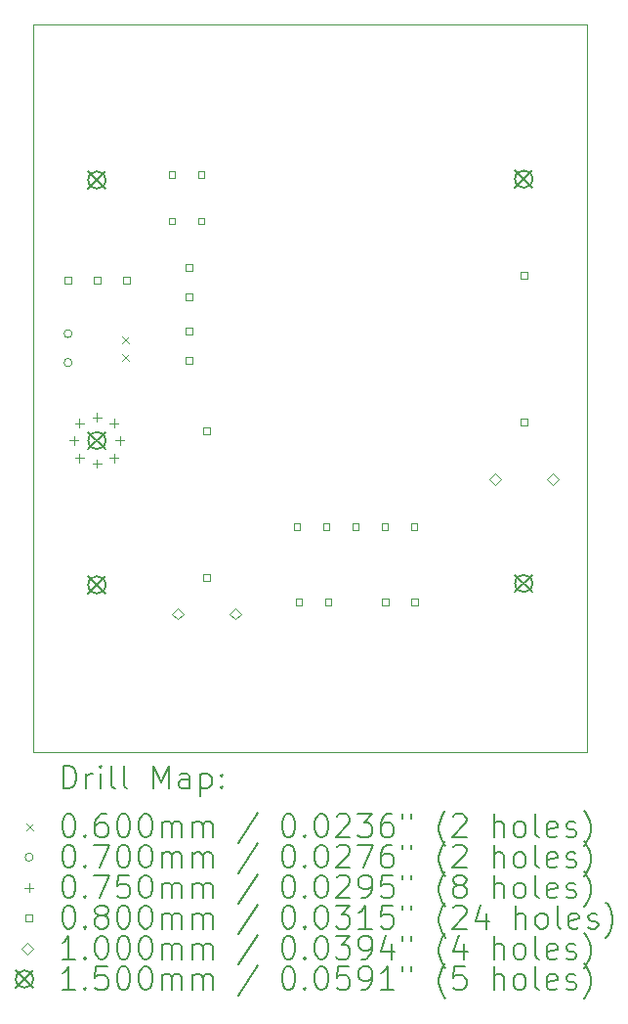
<source format=gbr>
%TF.GenerationSoftware,KiCad,Pcbnew,8.0.8*%
%TF.CreationDate,2025-01-19T15:48:11-06:00*%
%TF.ProjectId,Block-JAN6418,426c6f63-6b2d-44a4-914e-363431382e6b,rev?*%
%TF.SameCoordinates,Original*%
%TF.FileFunction,Drillmap*%
%TF.FilePolarity,Positive*%
%FSLAX45Y45*%
G04 Gerber Fmt 4.5, Leading zero omitted, Abs format (unit mm)*
G04 Created by KiCad (PCBNEW 8.0.8) date 2025-01-19 15:48:11*
%MOMM*%
%LPD*%
G01*
G04 APERTURE LIST*
%ADD10C,0.050000*%
%ADD11C,0.200000*%
%ADD12C,0.100000*%
%ADD13C,0.150000*%
G04 APERTURE END LIST*
D10*
X5000000Y-3500000D02*
X9800000Y-3500000D01*
X9800000Y-9800000D01*
X5000000Y-9800000D01*
X5000000Y-3500000D01*
D11*
D12*
X5770000Y-6197740D02*
X5830000Y-6257740D01*
X5830000Y-6197740D02*
X5770000Y-6257740D01*
X5770000Y-6347740D02*
X5830000Y-6407740D01*
X5830000Y-6347740D02*
X5770000Y-6407740D01*
X5335000Y-6175000D02*
G75*
G02*
X5265000Y-6175000I-35000J0D01*
G01*
X5265000Y-6175000D02*
G75*
G02*
X5335000Y-6175000I35000J0D01*
G01*
X5335000Y-6425000D02*
G75*
G02*
X5265000Y-6425000I-35000J0D01*
G01*
X5265000Y-6425000D02*
G75*
G02*
X5335000Y-6425000I35000J0D01*
G01*
X5350000Y-7062500D02*
X5350000Y-7137500D01*
X5312500Y-7100000D02*
X5387500Y-7100000D01*
X5400000Y-6912500D02*
X5400000Y-6987500D01*
X5362500Y-6950000D02*
X5437500Y-6950000D01*
X5400000Y-7212500D02*
X5400000Y-7287500D01*
X5362500Y-7250000D02*
X5437500Y-7250000D01*
X5550000Y-6862500D02*
X5550000Y-6937500D01*
X5512500Y-6900000D02*
X5587500Y-6900000D01*
X5550000Y-7262500D02*
X5550000Y-7337500D01*
X5512500Y-7300000D02*
X5587500Y-7300000D01*
X5700000Y-6912500D02*
X5700000Y-6987500D01*
X5662500Y-6950000D02*
X5737500Y-6950000D01*
X5700000Y-7212500D02*
X5700000Y-7287500D01*
X5662500Y-7250000D02*
X5737500Y-7250000D01*
X5750000Y-7062500D02*
X5750000Y-7137500D01*
X5712500Y-7100000D02*
X5787500Y-7100000D01*
X5324285Y-5742284D02*
X5324285Y-5685715D01*
X5267716Y-5685715D01*
X5267716Y-5742284D01*
X5324285Y-5742284D01*
X5578285Y-5742284D02*
X5578285Y-5685715D01*
X5521716Y-5685715D01*
X5521716Y-5742284D01*
X5578285Y-5742284D01*
X5832284Y-5742284D02*
X5832284Y-5685715D01*
X5775715Y-5685715D01*
X5775715Y-5742284D01*
X5832284Y-5742284D01*
X6228284Y-5228285D02*
X6228284Y-5171716D01*
X6171715Y-5171716D01*
X6171715Y-5228285D01*
X6228284Y-5228285D01*
X6228784Y-4828285D02*
X6228784Y-4771716D01*
X6172215Y-4771716D01*
X6172215Y-4828285D01*
X6228784Y-4828285D01*
X6378284Y-5628784D02*
X6378284Y-5572216D01*
X6321715Y-5572216D01*
X6321715Y-5628784D01*
X6378284Y-5628784D01*
X6378284Y-5882784D02*
X6378284Y-5826215D01*
X6321715Y-5826215D01*
X6321715Y-5882784D01*
X6378284Y-5882784D01*
X6378284Y-6178784D02*
X6378284Y-6122215D01*
X6321715Y-6122215D01*
X6321715Y-6178784D01*
X6378284Y-6178784D01*
X6378284Y-6432784D02*
X6378284Y-6376215D01*
X6321715Y-6376215D01*
X6321715Y-6432784D01*
X6378284Y-6432784D01*
X6482284Y-5228285D02*
X6482284Y-5171716D01*
X6425715Y-5171716D01*
X6425715Y-5228285D01*
X6482284Y-5228285D01*
X6482784Y-4828285D02*
X6482784Y-4771716D01*
X6426215Y-4771716D01*
X6426215Y-4828285D01*
X6482784Y-4828285D01*
X6528284Y-7043284D02*
X6528284Y-6986715D01*
X6471715Y-6986715D01*
X6471715Y-7043284D01*
X6528284Y-7043284D01*
X6528284Y-8313284D02*
X6528284Y-8256715D01*
X6471715Y-8256715D01*
X6471715Y-8313284D01*
X6528284Y-8313284D01*
X7312284Y-7873534D02*
X7312284Y-7816965D01*
X7255715Y-7816965D01*
X7255715Y-7873534D01*
X7312284Y-7873534D01*
X7328284Y-8523535D02*
X7328284Y-8466966D01*
X7271715Y-8466966D01*
X7271715Y-8523535D01*
X7328284Y-8523535D01*
X7566284Y-7873534D02*
X7566284Y-7816965D01*
X7509715Y-7816965D01*
X7509715Y-7873534D01*
X7566284Y-7873534D01*
X7582284Y-8523535D02*
X7582284Y-8466966D01*
X7525715Y-8466966D01*
X7525715Y-8523535D01*
X7582284Y-8523535D01*
X7820284Y-7873534D02*
X7820284Y-7816965D01*
X7763715Y-7816965D01*
X7763715Y-7873534D01*
X7820284Y-7873534D01*
X8074284Y-7873534D02*
X8074284Y-7816965D01*
X8017715Y-7816965D01*
X8017715Y-7873534D01*
X8074284Y-7873534D01*
X8078284Y-8523535D02*
X8078284Y-8466966D01*
X8021715Y-8466966D01*
X8021715Y-8523535D01*
X8078284Y-8523535D01*
X8328284Y-7873534D02*
X8328284Y-7816965D01*
X8271715Y-7816965D01*
X8271715Y-7873534D01*
X8328284Y-7873534D01*
X8332284Y-8523535D02*
X8332284Y-8466966D01*
X8275715Y-8466966D01*
X8275715Y-8523535D01*
X8332284Y-8523535D01*
X9278285Y-5695534D02*
X9278285Y-5638965D01*
X9221716Y-5638965D01*
X9221716Y-5695534D01*
X9278285Y-5695534D01*
X9278285Y-6965534D02*
X9278285Y-6908965D01*
X9221716Y-6908965D01*
X9221716Y-6965534D01*
X9278285Y-6965534D01*
X6250000Y-8650000D02*
X6300000Y-8600000D01*
X6250000Y-8550000D01*
X6200000Y-8600000D01*
X6250000Y-8650000D01*
X6750000Y-8650000D02*
X6800000Y-8600000D01*
X6750000Y-8550000D01*
X6700000Y-8600000D01*
X6750000Y-8650000D01*
X9000000Y-7487250D02*
X9050000Y-7437250D01*
X9000000Y-7387250D01*
X8950000Y-7437250D01*
X9000000Y-7487250D01*
X9500000Y-7487250D02*
X9550000Y-7437250D01*
X9500000Y-7387250D01*
X9450000Y-7437250D01*
X9500000Y-7487250D01*
D13*
X5474500Y-4770250D02*
X5624500Y-4920250D01*
X5624500Y-4770250D02*
X5474500Y-4920250D01*
X5624500Y-4845250D02*
G75*
G02*
X5474500Y-4845250I-75000J0D01*
G01*
X5474500Y-4845250D02*
G75*
G02*
X5624500Y-4845250I75000J0D01*
G01*
X5475000Y-7025000D02*
X5625000Y-7175000D01*
X5625000Y-7025000D02*
X5475000Y-7175000D01*
X5625000Y-7100000D02*
G75*
G02*
X5475000Y-7100000I-75000J0D01*
G01*
X5475000Y-7100000D02*
G75*
G02*
X5625000Y-7100000I75000J0D01*
G01*
X5475000Y-8275000D02*
X5625000Y-8425000D01*
X5625000Y-8275000D02*
X5475000Y-8425000D01*
X5625000Y-8350000D02*
G75*
G02*
X5475000Y-8350000I-75000J0D01*
G01*
X5475000Y-8350000D02*
G75*
G02*
X5625000Y-8350000I75000J0D01*
G01*
X9175000Y-4762250D02*
X9325000Y-4912250D01*
X9325000Y-4762250D02*
X9175000Y-4912250D01*
X9325000Y-4837250D02*
G75*
G02*
X9175000Y-4837250I-75000J0D01*
G01*
X9175000Y-4837250D02*
G75*
G02*
X9325000Y-4837250I75000J0D01*
G01*
X9175000Y-8262250D02*
X9325000Y-8412250D01*
X9325000Y-8262250D02*
X9175000Y-8412250D01*
X9325000Y-8337250D02*
G75*
G02*
X9175000Y-8337250I-75000J0D01*
G01*
X9175000Y-8337250D02*
G75*
G02*
X9325000Y-8337250I75000J0D01*
G01*
D11*
X5258277Y-10113984D02*
X5258277Y-9913984D01*
X5258277Y-9913984D02*
X5305896Y-9913984D01*
X5305896Y-9913984D02*
X5334467Y-9923508D01*
X5334467Y-9923508D02*
X5353515Y-9942555D01*
X5353515Y-9942555D02*
X5363039Y-9961603D01*
X5363039Y-9961603D02*
X5372563Y-9999698D01*
X5372563Y-9999698D02*
X5372563Y-10028270D01*
X5372563Y-10028270D02*
X5363039Y-10066365D01*
X5363039Y-10066365D02*
X5353515Y-10085412D01*
X5353515Y-10085412D02*
X5334467Y-10104460D01*
X5334467Y-10104460D02*
X5305896Y-10113984D01*
X5305896Y-10113984D02*
X5258277Y-10113984D01*
X5458277Y-10113984D02*
X5458277Y-9980650D01*
X5458277Y-10018746D02*
X5467801Y-9999698D01*
X5467801Y-9999698D02*
X5477324Y-9990174D01*
X5477324Y-9990174D02*
X5496372Y-9980650D01*
X5496372Y-9980650D02*
X5515420Y-9980650D01*
X5582086Y-10113984D02*
X5582086Y-9980650D01*
X5582086Y-9913984D02*
X5572563Y-9923508D01*
X5572563Y-9923508D02*
X5582086Y-9933031D01*
X5582086Y-9933031D02*
X5591610Y-9923508D01*
X5591610Y-9923508D02*
X5582086Y-9913984D01*
X5582086Y-9913984D02*
X5582086Y-9933031D01*
X5705896Y-10113984D02*
X5686848Y-10104460D01*
X5686848Y-10104460D02*
X5677324Y-10085412D01*
X5677324Y-10085412D02*
X5677324Y-9913984D01*
X5810658Y-10113984D02*
X5791610Y-10104460D01*
X5791610Y-10104460D02*
X5782086Y-10085412D01*
X5782086Y-10085412D02*
X5782086Y-9913984D01*
X6039229Y-10113984D02*
X6039229Y-9913984D01*
X6039229Y-9913984D02*
X6105896Y-10056841D01*
X6105896Y-10056841D02*
X6172562Y-9913984D01*
X6172562Y-9913984D02*
X6172562Y-10113984D01*
X6353515Y-10113984D02*
X6353515Y-10009222D01*
X6353515Y-10009222D02*
X6343991Y-9990174D01*
X6343991Y-9990174D02*
X6324943Y-9980650D01*
X6324943Y-9980650D02*
X6286848Y-9980650D01*
X6286848Y-9980650D02*
X6267801Y-9990174D01*
X6353515Y-10104460D02*
X6334467Y-10113984D01*
X6334467Y-10113984D02*
X6286848Y-10113984D01*
X6286848Y-10113984D02*
X6267801Y-10104460D01*
X6267801Y-10104460D02*
X6258277Y-10085412D01*
X6258277Y-10085412D02*
X6258277Y-10066365D01*
X6258277Y-10066365D02*
X6267801Y-10047317D01*
X6267801Y-10047317D02*
X6286848Y-10037793D01*
X6286848Y-10037793D02*
X6334467Y-10037793D01*
X6334467Y-10037793D02*
X6353515Y-10028270D01*
X6448753Y-9980650D02*
X6448753Y-10180650D01*
X6448753Y-9990174D02*
X6467801Y-9980650D01*
X6467801Y-9980650D02*
X6505896Y-9980650D01*
X6505896Y-9980650D02*
X6524943Y-9990174D01*
X6524943Y-9990174D02*
X6534467Y-9999698D01*
X6534467Y-9999698D02*
X6543991Y-10018746D01*
X6543991Y-10018746D02*
X6543991Y-10075889D01*
X6543991Y-10075889D02*
X6534467Y-10094936D01*
X6534467Y-10094936D02*
X6524943Y-10104460D01*
X6524943Y-10104460D02*
X6505896Y-10113984D01*
X6505896Y-10113984D02*
X6467801Y-10113984D01*
X6467801Y-10113984D02*
X6448753Y-10104460D01*
X6629705Y-10094936D02*
X6639229Y-10104460D01*
X6639229Y-10104460D02*
X6629705Y-10113984D01*
X6629705Y-10113984D02*
X6620182Y-10104460D01*
X6620182Y-10104460D02*
X6629705Y-10094936D01*
X6629705Y-10094936D02*
X6629705Y-10113984D01*
X6629705Y-9990174D02*
X6639229Y-9999698D01*
X6639229Y-9999698D02*
X6629705Y-10009222D01*
X6629705Y-10009222D02*
X6620182Y-9999698D01*
X6620182Y-9999698D02*
X6629705Y-9990174D01*
X6629705Y-9990174D02*
X6629705Y-10009222D01*
D12*
X4937500Y-10412500D02*
X4997500Y-10472500D01*
X4997500Y-10412500D02*
X4937500Y-10472500D01*
D11*
X5296372Y-10333984D02*
X5315420Y-10333984D01*
X5315420Y-10333984D02*
X5334467Y-10343508D01*
X5334467Y-10343508D02*
X5343991Y-10353031D01*
X5343991Y-10353031D02*
X5353515Y-10372079D01*
X5353515Y-10372079D02*
X5363039Y-10410174D01*
X5363039Y-10410174D02*
X5363039Y-10457793D01*
X5363039Y-10457793D02*
X5353515Y-10495889D01*
X5353515Y-10495889D02*
X5343991Y-10514936D01*
X5343991Y-10514936D02*
X5334467Y-10524460D01*
X5334467Y-10524460D02*
X5315420Y-10533984D01*
X5315420Y-10533984D02*
X5296372Y-10533984D01*
X5296372Y-10533984D02*
X5277324Y-10524460D01*
X5277324Y-10524460D02*
X5267801Y-10514936D01*
X5267801Y-10514936D02*
X5258277Y-10495889D01*
X5258277Y-10495889D02*
X5248753Y-10457793D01*
X5248753Y-10457793D02*
X5248753Y-10410174D01*
X5248753Y-10410174D02*
X5258277Y-10372079D01*
X5258277Y-10372079D02*
X5267801Y-10353031D01*
X5267801Y-10353031D02*
X5277324Y-10343508D01*
X5277324Y-10343508D02*
X5296372Y-10333984D01*
X5448753Y-10514936D02*
X5458277Y-10524460D01*
X5458277Y-10524460D02*
X5448753Y-10533984D01*
X5448753Y-10533984D02*
X5439229Y-10524460D01*
X5439229Y-10524460D02*
X5448753Y-10514936D01*
X5448753Y-10514936D02*
X5448753Y-10533984D01*
X5629705Y-10333984D02*
X5591610Y-10333984D01*
X5591610Y-10333984D02*
X5572563Y-10343508D01*
X5572563Y-10343508D02*
X5563039Y-10353031D01*
X5563039Y-10353031D02*
X5543991Y-10381603D01*
X5543991Y-10381603D02*
X5534467Y-10419698D01*
X5534467Y-10419698D02*
X5534467Y-10495889D01*
X5534467Y-10495889D02*
X5543991Y-10514936D01*
X5543991Y-10514936D02*
X5553515Y-10524460D01*
X5553515Y-10524460D02*
X5572563Y-10533984D01*
X5572563Y-10533984D02*
X5610658Y-10533984D01*
X5610658Y-10533984D02*
X5629705Y-10524460D01*
X5629705Y-10524460D02*
X5639229Y-10514936D01*
X5639229Y-10514936D02*
X5648753Y-10495889D01*
X5648753Y-10495889D02*
X5648753Y-10448270D01*
X5648753Y-10448270D02*
X5639229Y-10429222D01*
X5639229Y-10429222D02*
X5629705Y-10419698D01*
X5629705Y-10419698D02*
X5610658Y-10410174D01*
X5610658Y-10410174D02*
X5572563Y-10410174D01*
X5572563Y-10410174D02*
X5553515Y-10419698D01*
X5553515Y-10419698D02*
X5543991Y-10429222D01*
X5543991Y-10429222D02*
X5534467Y-10448270D01*
X5772562Y-10333984D02*
X5791610Y-10333984D01*
X5791610Y-10333984D02*
X5810658Y-10343508D01*
X5810658Y-10343508D02*
X5820182Y-10353031D01*
X5820182Y-10353031D02*
X5829705Y-10372079D01*
X5829705Y-10372079D02*
X5839229Y-10410174D01*
X5839229Y-10410174D02*
X5839229Y-10457793D01*
X5839229Y-10457793D02*
X5829705Y-10495889D01*
X5829705Y-10495889D02*
X5820182Y-10514936D01*
X5820182Y-10514936D02*
X5810658Y-10524460D01*
X5810658Y-10524460D02*
X5791610Y-10533984D01*
X5791610Y-10533984D02*
X5772562Y-10533984D01*
X5772562Y-10533984D02*
X5753515Y-10524460D01*
X5753515Y-10524460D02*
X5743991Y-10514936D01*
X5743991Y-10514936D02*
X5734467Y-10495889D01*
X5734467Y-10495889D02*
X5724943Y-10457793D01*
X5724943Y-10457793D02*
X5724943Y-10410174D01*
X5724943Y-10410174D02*
X5734467Y-10372079D01*
X5734467Y-10372079D02*
X5743991Y-10353031D01*
X5743991Y-10353031D02*
X5753515Y-10343508D01*
X5753515Y-10343508D02*
X5772562Y-10333984D01*
X5963039Y-10333984D02*
X5982086Y-10333984D01*
X5982086Y-10333984D02*
X6001134Y-10343508D01*
X6001134Y-10343508D02*
X6010658Y-10353031D01*
X6010658Y-10353031D02*
X6020182Y-10372079D01*
X6020182Y-10372079D02*
X6029705Y-10410174D01*
X6029705Y-10410174D02*
X6029705Y-10457793D01*
X6029705Y-10457793D02*
X6020182Y-10495889D01*
X6020182Y-10495889D02*
X6010658Y-10514936D01*
X6010658Y-10514936D02*
X6001134Y-10524460D01*
X6001134Y-10524460D02*
X5982086Y-10533984D01*
X5982086Y-10533984D02*
X5963039Y-10533984D01*
X5963039Y-10533984D02*
X5943991Y-10524460D01*
X5943991Y-10524460D02*
X5934467Y-10514936D01*
X5934467Y-10514936D02*
X5924943Y-10495889D01*
X5924943Y-10495889D02*
X5915420Y-10457793D01*
X5915420Y-10457793D02*
X5915420Y-10410174D01*
X5915420Y-10410174D02*
X5924943Y-10372079D01*
X5924943Y-10372079D02*
X5934467Y-10353031D01*
X5934467Y-10353031D02*
X5943991Y-10343508D01*
X5943991Y-10343508D02*
X5963039Y-10333984D01*
X6115420Y-10533984D02*
X6115420Y-10400650D01*
X6115420Y-10419698D02*
X6124943Y-10410174D01*
X6124943Y-10410174D02*
X6143991Y-10400650D01*
X6143991Y-10400650D02*
X6172563Y-10400650D01*
X6172563Y-10400650D02*
X6191610Y-10410174D01*
X6191610Y-10410174D02*
X6201134Y-10429222D01*
X6201134Y-10429222D02*
X6201134Y-10533984D01*
X6201134Y-10429222D02*
X6210658Y-10410174D01*
X6210658Y-10410174D02*
X6229705Y-10400650D01*
X6229705Y-10400650D02*
X6258277Y-10400650D01*
X6258277Y-10400650D02*
X6277324Y-10410174D01*
X6277324Y-10410174D02*
X6286848Y-10429222D01*
X6286848Y-10429222D02*
X6286848Y-10533984D01*
X6382086Y-10533984D02*
X6382086Y-10400650D01*
X6382086Y-10419698D02*
X6391610Y-10410174D01*
X6391610Y-10410174D02*
X6410658Y-10400650D01*
X6410658Y-10400650D02*
X6439229Y-10400650D01*
X6439229Y-10400650D02*
X6458277Y-10410174D01*
X6458277Y-10410174D02*
X6467801Y-10429222D01*
X6467801Y-10429222D02*
X6467801Y-10533984D01*
X6467801Y-10429222D02*
X6477324Y-10410174D01*
X6477324Y-10410174D02*
X6496372Y-10400650D01*
X6496372Y-10400650D02*
X6524943Y-10400650D01*
X6524943Y-10400650D02*
X6543991Y-10410174D01*
X6543991Y-10410174D02*
X6553515Y-10429222D01*
X6553515Y-10429222D02*
X6553515Y-10533984D01*
X6943991Y-10324460D02*
X6772563Y-10581603D01*
X7201134Y-10333984D02*
X7220182Y-10333984D01*
X7220182Y-10333984D02*
X7239229Y-10343508D01*
X7239229Y-10343508D02*
X7248753Y-10353031D01*
X7248753Y-10353031D02*
X7258277Y-10372079D01*
X7258277Y-10372079D02*
X7267801Y-10410174D01*
X7267801Y-10410174D02*
X7267801Y-10457793D01*
X7267801Y-10457793D02*
X7258277Y-10495889D01*
X7258277Y-10495889D02*
X7248753Y-10514936D01*
X7248753Y-10514936D02*
X7239229Y-10524460D01*
X7239229Y-10524460D02*
X7220182Y-10533984D01*
X7220182Y-10533984D02*
X7201134Y-10533984D01*
X7201134Y-10533984D02*
X7182086Y-10524460D01*
X7182086Y-10524460D02*
X7172563Y-10514936D01*
X7172563Y-10514936D02*
X7163039Y-10495889D01*
X7163039Y-10495889D02*
X7153515Y-10457793D01*
X7153515Y-10457793D02*
X7153515Y-10410174D01*
X7153515Y-10410174D02*
X7163039Y-10372079D01*
X7163039Y-10372079D02*
X7172563Y-10353031D01*
X7172563Y-10353031D02*
X7182086Y-10343508D01*
X7182086Y-10343508D02*
X7201134Y-10333984D01*
X7353515Y-10514936D02*
X7363039Y-10524460D01*
X7363039Y-10524460D02*
X7353515Y-10533984D01*
X7353515Y-10533984D02*
X7343991Y-10524460D01*
X7343991Y-10524460D02*
X7353515Y-10514936D01*
X7353515Y-10514936D02*
X7353515Y-10533984D01*
X7486848Y-10333984D02*
X7505896Y-10333984D01*
X7505896Y-10333984D02*
X7524944Y-10343508D01*
X7524944Y-10343508D02*
X7534467Y-10353031D01*
X7534467Y-10353031D02*
X7543991Y-10372079D01*
X7543991Y-10372079D02*
X7553515Y-10410174D01*
X7553515Y-10410174D02*
X7553515Y-10457793D01*
X7553515Y-10457793D02*
X7543991Y-10495889D01*
X7543991Y-10495889D02*
X7534467Y-10514936D01*
X7534467Y-10514936D02*
X7524944Y-10524460D01*
X7524944Y-10524460D02*
X7505896Y-10533984D01*
X7505896Y-10533984D02*
X7486848Y-10533984D01*
X7486848Y-10533984D02*
X7467801Y-10524460D01*
X7467801Y-10524460D02*
X7458277Y-10514936D01*
X7458277Y-10514936D02*
X7448753Y-10495889D01*
X7448753Y-10495889D02*
X7439229Y-10457793D01*
X7439229Y-10457793D02*
X7439229Y-10410174D01*
X7439229Y-10410174D02*
X7448753Y-10372079D01*
X7448753Y-10372079D02*
X7458277Y-10353031D01*
X7458277Y-10353031D02*
X7467801Y-10343508D01*
X7467801Y-10343508D02*
X7486848Y-10333984D01*
X7629706Y-10353031D02*
X7639229Y-10343508D01*
X7639229Y-10343508D02*
X7658277Y-10333984D01*
X7658277Y-10333984D02*
X7705896Y-10333984D01*
X7705896Y-10333984D02*
X7724944Y-10343508D01*
X7724944Y-10343508D02*
X7734467Y-10353031D01*
X7734467Y-10353031D02*
X7743991Y-10372079D01*
X7743991Y-10372079D02*
X7743991Y-10391127D01*
X7743991Y-10391127D02*
X7734467Y-10419698D01*
X7734467Y-10419698D02*
X7620182Y-10533984D01*
X7620182Y-10533984D02*
X7743991Y-10533984D01*
X7810658Y-10333984D02*
X7934467Y-10333984D01*
X7934467Y-10333984D02*
X7867801Y-10410174D01*
X7867801Y-10410174D02*
X7896372Y-10410174D01*
X7896372Y-10410174D02*
X7915420Y-10419698D01*
X7915420Y-10419698D02*
X7924944Y-10429222D01*
X7924944Y-10429222D02*
X7934467Y-10448270D01*
X7934467Y-10448270D02*
X7934467Y-10495889D01*
X7934467Y-10495889D02*
X7924944Y-10514936D01*
X7924944Y-10514936D02*
X7915420Y-10524460D01*
X7915420Y-10524460D02*
X7896372Y-10533984D01*
X7896372Y-10533984D02*
X7839229Y-10533984D01*
X7839229Y-10533984D02*
X7820182Y-10524460D01*
X7820182Y-10524460D02*
X7810658Y-10514936D01*
X8105896Y-10333984D02*
X8067801Y-10333984D01*
X8067801Y-10333984D02*
X8048753Y-10343508D01*
X8048753Y-10343508D02*
X8039229Y-10353031D01*
X8039229Y-10353031D02*
X8020182Y-10381603D01*
X8020182Y-10381603D02*
X8010658Y-10419698D01*
X8010658Y-10419698D02*
X8010658Y-10495889D01*
X8010658Y-10495889D02*
X8020182Y-10514936D01*
X8020182Y-10514936D02*
X8029706Y-10524460D01*
X8029706Y-10524460D02*
X8048753Y-10533984D01*
X8048753Y-10533984D02*
X8086848Y-10533984D01*
X8086848Y-10533984D02*
X8105896Y-10524460D01*
X8105896Y-10524460D02*
X8115420Y-10514936D01*
X8115420Y-10514936D02*
X8124944Y-10495889D01*
X8124944Y-10495889D02*
X8124944Y-10448270D01*
X8124944Y-10448270D02*
X8115420Y-10429222D01*
X8115420Y-10429222D02*
X8105896Y-10419698D01*
X8105896Y-10419698D02*
X8086848Y-10410174D01*
X8086848Y-10410174D02*
X8048753Y-10410174D01*
X8048753Y-10410174D02*
X8029706Y-10419698D01*
X8029706Y-10419698D02*
X8020182Y-10429222D01*
X8020182Y-10429222D02*
X8010658Y-10448270D01*
X8201134Y-10333984D02*
X8201134Y-10372079D01*
X8277325Y-10333984D02*
X8277325Y-10372079D01*
X8572563Y-10610174D02*
X8563039Y-10600650D01*
X8563039Y-10600650D02*
X8543991Y-10572079D01*
X8543991Y-10572079D02*
X8534468Y-10553031D01*
X8534468Y-10553031D02*
X8524944Y-10524460D01*
X8524944Y-10524460D02*
X8515420Y-10476841D01*
X8515420Y-10476841D02*
X8515420Y-10438746D01*
X8515420Y-10438746D02*
X8524944Y-10391127D01*
X8524944Y-10391127D02*
X8534468Y-10362555D01*
X8534468Y-10362555D02*
X8543991Y-10343508D01*
X8543991Y-10343508D02*
X8563039Y-10314936D01*
X8563039Y-10314936D02*
X8572563Y-10305412D01*
X8639230Y-10353031D02*
X8648753Y-10343508D01*
X8648753Y-10343508D02*
X8667801Y-10333984D01*
X8667801Y-10333984D02*
X8715420Y-10333984D01*
X8715420Y-10333984D02*
X8734468Y-10343508D01*
X8734468Y-10343508D02*
X8743991Y-10353031D01*
X8743991Y-10353031D02*
X8753515Y-10372079D01*
X8753515Y-10372079D02*
X8753515Y-10391127D01*
X8753515Y-10391127D02*
X8743991Y-10419698D01*
X8743991Y-10419698D02*
X8629706Y-10533984D01*
X8629706Y-10533984D02*
X8753515Y-10533984D01*
X8991611Y-10533984D02*
X8991611Y-10333984D01*
X9077325Y-10533984D02*
X9077325Y-10429222D01*
X9077325Y-10429222D02*
X9067801Y-10410174D01*
X9067801Y-10410174D02*
X9048753Y-10400650D01*
X9048753Y-10400650D02*
X9020182Y-10400650D01*
X9020182Y-10400650D02*
X9001134Y-10410174D01*
X9001134Y-10410174D02*
X8991611Y-10419698D01*
X9201134Y-10533984D02*
X9182087Y-10524460D01*
X9182087Y-10524460D02*
X9172563Y-10514936D01*
X9172563Y-10514936D02*
X9163039Y-10495889D01*
X9163039Y-10495889D02*
X9163039Y-10438746D01*
X9163039Y-10438746D02*
X9172563Y-10419698D01*
X9172563Y-10419698D02*
X9182087Y-10410174D01*
X9182087Y-10410174D02*
X9201134Y-10400650D01*
X9201134Y-10400650D02*
X9229706Y-10400650D01*
X9229706Y-10400650D02*
X9248753Y-10410174D01*
X9248753Y-10410174D02*
X9258277Y-10419698D01*
X9258277Y-10419698D02*
X9267801Y-10438746D01*
X9267801Y-10438746D02*
X9267801Y-10495889D01*
X9267801Y-10495889D02*
X9258277Y-10514936D01*
X9258277Y-10514936D02*
X9248753Y-10524460D01*
X9248753Y-10524460D02*
X9229706Y-10533984D01*
X9229706Y-10533984D02*
X9201134Y-10533984D01*
X9382087Y-10533984D02*
X9363039Y-10524460D01*
X9363039Y-10524460D02*
X9353515Y-10505412D01*
X9353515Y-10505412D02*
X9353515Y-10333984D01*
X9534468Y-10524460D02*
X9515420Y-10533984D01*
X9515420Y-10533984D02*
X9477325Y-10533984D01*
X9477325Y-10533984D02*
X9458277Y-10524460D01*
X9458277Y-10524460D02*
X9448753Y-10505412D01*
X9448753Y-10505412D02*
X9448753Y-10429222D01*
X9448753Y-10429222D02*
X9458277Y-10410174D01*
X9458277Y-10410174D02*
X9477325Y-10400650D01*
X9477325Y-10400650D02*
X9515420Y-10400650D01*
X9515420Y-10400650D02*
X9534468Y-10410174D01*
X9534468Y-10410174D02*
X9543992Y-10429222D01*
X9543992Y-10429222D02*
X9543992Y-10448270D01*
X9543992Y-10448270D02*
X9448753Y-10467317D01*
X9620182Y-10524460D02*
X9639230Y-10533984D01*
X9639230Y-10533984D02*
X9677325Y-10533984D01*
X9677325Y-10533984D02*
X9696373Y-10524460D01*
X9696373Y-10524460D02*
X9705896Y-10505412D01*
X9705896Y-10505412D02*
X9705896Y-10495889D01*
X9705896Y-10495889D02*
X9696373Y-10476841D01*
X9696373Y-10476841D02*
X9677325Y-10467317D01*
X9677325Y-10467317D02*
X9648753Y-10467317D01*
X9648753Y-10467317D02*
X9629706Y-10457793D01*
X9629706Y-10457793D02*
X9620182Y-10438746D01*
X9620182Y-10438746D02*
X9620182Y-10429222D01*
X9620182Y-10429222D02*
X9629706Y-10410174D01*
X9629706Y-10410174D02*
X9648753Y-10400650D01*
X9648753Y-10400650D02*
X9677325Y-10400650D01*
X9677325Y-10400650D02*
X9696373Y-10410174D01*
X9772563Y-10610174D02*
X9782087Y-10600650D01*
X9782087Y-10600650D02*
X9801134Y-10572079D01*
X9801134Y-10572079D02*
X9810658Y-10553031D01*
X9810658Y-10553031D02*
X9820182Y-10524460D01*
X9820182Y-10524460D02*
X9829706Y-10476841D01*
X9829706Y-10476841D02*
X9829706Y-10438746D01*
X9829706Y-10438746D02*
X9820182Y-10391127D01*
X9820182Y-10391127D02*
X9810658Y-10362555D01*
X9810658Y-10362555D02*
X9801134Y-10343508D01*
X9801134Y-10343508D02*
X9782087Y-10314936D01*
X9782087Y-10314936D02*
X9772563Y-10305412D01*
D12*
X4997500Y-10706500D02*
G75*
G02*
X4927500Y-10706500I-35000J0D01*
G01*
X4927500Y-10706500D02*
G75*
G02*
X4997500Y-10706500I35000J0D01*
G01*
D11*
X5296372Y-10597984D02*
X5315420Y-10597984D01*
X5315420Y-10597984D02*
X5334467Y-10607508D01*
X5334467Y-10607508D02*
X5343991Y-10617031D01*
X5343991Y-10617031D02*
X5353515Y-10636079D01*
X5353515Y-10636079D02*
X5363039Y-10674174D01*
X5363039Y-10674174D02*
X5363039Y-10721793D01*
X5363039Y-10721793D02*
X5353515Y-10759889D01*
X5353515Y-10759889D02*
X5343991Y-10778936D01*
X5343991Y-10778936D02*
X5334467Y-10788460D01*
X5334467Y-10788460D02*
X5315420Y-10797984D01*
X5315420Y-10797984D02*
X5296372Y-10797984D01*
X5296372Y-10797984D02*
X5277324Y-10788460D01*
X5277324Y-10788460D02*
X5267801Y-10778936D01*
X5267801Y-10778936D02*
X5258277Y-10759889D01*
X5258277Y-10759889D02*
X5248753Y-10721793D01*
X5248753Y-10721793D02*
X5248753Y-10674174D01*
X5248753Y-10674174D02*
X5258277Y-10636079D01*
X5258277Y-10636079D02*
X5267801Y-10617031D01*
X5267801Y-10617031D02*
X5277324Y-10607508D01*
X5277324Y-10607508D02*
X5296372Y-10597984D01*
X5448753Y-10778936D02*
X5458277Y-10788460D01*
X5458277Y-10788460D02*
X5448753Y-10797984D01*
X5448753Y-10797984D02*
X5439229Y-10788460D01*
X5439229Y-10788460D02*
X5448753Y-10778936D01*
X5448753Y-10778936D02*
X5448753Y-10797984D01*
X5524944Y-10597984D02*
X5658277Y-10597984D01*
X5658277Y-10597984D02*
X5572563Y-10797984D01*
X5772562Y-10597984D02*
X5791610Y-10597984D01*
X5791610Y-10597984D02*
X5810658Y-10607508D01*
X5810658Y-10607508D02*
X5820182Y-10617031D01*
X5820182Y-10617031D02*
X5829705Y-10636079D01*
X5829705Y-10636079D02*
X5839229Y-10674174D01*
X5839229Y-10674174D02*
X5839229Y-10721793D01*
X5839229Y-10721793D02*
X5829705Y-10759889D01*
X5829705Y-10759889D02*
X5820182Y-10778936D01*
X5820182Y-10778936D02*
X5810658Y-10788460D01*
X5810658Y-10788460D02*
X5791610Y-10797984D01*
X5791610Y-10797984D02*
X5772562Y-10797984D01*
X5772562Y-10797984D02*
X5753515Y-10788460D01*
X5753515Y-10788460D02*
X5743991Y-10778936D01*
X5743991Y-10778936D02*
X5734467Y-10759889D01*
X5734467Y-10759889D02*
X5724943Y-10721793D01*
X5724943Y-10721793D02*
X5724943Y-10674174D01*
X5724943Y-10674174D02*
X5734467Y-10636079D01*
X5734467Y-10636079D02*
X5743991Y-10617031D01*
X5743991Y-10617031D02*
X5753515Y-10607508D01*
X5753515Y-10607508D02*
X5772562Y-10597984D01*
X5963039Y-10597984D02*
X5982086Y-10597984D01*
X5982086Y-10597984D02*
X6001134Y-10607508D01*
X6001134Y-10607508D02*
X6010658Y-10617031D01*
X6010658Y-10617031D02*
X6020182Y-10636079D01*
X6020182Y-10636079D02*
X6029705Y-10674174D01*
X6029705Y-10674174D02*
X6029705Y-10721793D01*
X6029705Y-10721793D02*
X6020182Y-10759889D01*
X6020182Y-10759889D02*
X6010658Y-10778936D01*
X6010658Y-10778936D02*
X6001134Y-10788460D01*
X6001134Y-10788460D02*
X5982086Y-10797984D01*
X5982086Y-10797984D02*
X5963039Y-10797984D01*
X5963039Y-10797984D02*
X5943991Y-10788460D01*
X5943991Y-10788460D02*
X5934467Y-10778936D01*
X5934467Y-10778936D02*
X5924943Y-10759889D01*
X5924943Y-10759889D02*
X5915420Y-10721793D01*
X5915420Y-10721793D02*
X5915420Y-10674174D01*
X5915420Y-10674174D02*
X5924943Y-10636079D01*
X5924943Y-10636079D02*
X5934467Y-10617031D01*
X5934467Y-10617031D02*
X5943991Y-10607508D01*
X5943991Y-10607508D02*
X5963039Y-10597984D01*
X6115420Y-10797984D02*
X6115420Y-10664650D01*
X6115420Y-10683698D02*
X6124943Y-10674174D01*
X6124943Y-10674174D02*
X6143991Y-10664650D01*
X6143991Y-10664650D02*
X6172563Y-10664650D01*
X6172563Y-10664650D02*
X6191610Y-10674174D01*
X6191610Y-10674174D02*
X6201134Y-10693222D01*
X6201134Y-10693222D02*
X6201134Y-10797984D01*
X6201134Y-10693222D02*
X6210658Y-10674174D01*
X6210658Y-10674174D02*
X6229705Y-10664650D01*
X6229705Y-10664650D02*
X6258277Y-10664650D01*
X6258277Y-10664650D02*
X6277324Y-10674174D01*
X6277324Y-10674174D02*
X6286848Y-10693222D01*
X6286848Y-10693222D02*
X6286848Y-10797984D01*
X6382086Y-10797984D02*
X6382086Y-10664650D01*
X6382086Y-10683698D02*
X6391610Y-10674174D01*
X6391610Y-10674174D02*
X6410658Y-10664650D01*
X6410658Y-10664650D02*
X6439229Y-10664650D01*
X6439229Y-10664650D02*
X6458277Y-10674174D01*
X6458277Y-10674174D02*
X6467801Y-10693222D01*
X6467801Y-10693222D02*
X6467801Y-10797984D01*
X6467801Y-10693222D02*
X6477324Y-10674174D01*
X6477324Y-10674174D02*
X6496372Y-10664650D01*
X6496372Y-10664650D02*
X6524943Y-10664650D01*
X6524943Y-10664650D02*
X6543991Y-10674174D01*
X6543991Y-10674174D02*
X6553515Y-10693222D01*
X6553515Y-10693222D02*
X6553515Y-10797984D01*
X6943991Y-10588460D02*
X6772563Y-10845603D01*
X7201134Y-10597984D02*
X7220182Y-10597984D01*
X7220182Y-10597984D02*
X7239229Y-10607508D01*
X7239229Y-10607508D02*
X7248753Y-10617031D01*
X7248753Y-10617031D02*
X7258277Y-10636079D01*
X7258277Y-10636079D02*
X7267801Y-10674174D01*
X7267801Y-10674174D02*
X7267801Y-10721793D01*
X7267801Y-10721793D02*
X7258277Y-10759889D01*
X7258277Y-10759889D02*
X7248753Y-10778936D01*
X7248753Y-10778936D02*
X7239229Y-10788460D01*
X7239229Y-10788460D02*
X7220182Y-10797984D01*
X7220182Y-10797984D02*
X7201134Y-10797984D01*
X7201134Y-10797984D02*
X7182086Y-10788460D01*
X7182086Y-10788460D02*
X7172563Y-10778936D01*
X7172563Y-10778936D02*
X7163039Y-10759889D01*
X7163039Y-10759889D02*
X7153515Y-10721793D01*
X7153515Y-10721793D02*
X7153515Y-10674174D01*
X7153515Y-10674174D02*
X7163039Y-10636079D01*
X7163039Y-10636079D02*
X7172563Y-10617031D01*
X7172563Y-10617031D02*
X7182086Y-10607508D01*
X7182086Y-10607508D02*
X7201134Y-10597984D01*
X7353515Y-10778936D02*
X7363039Y-10788460D01*
X7363039Y-10788460D02*
X7353515Y-10797984D01*
X7353515Y-10797984D02*
X7343991Y-10788460D01*
X7343991Y-10788460D02*
X7353515Y-10778936D01*
X7353515Y-10778936D02*
X7353515Y-10797984D01*
X7486848Y-10597984D02*
X7505896Y-10597984D01*
X7505896Y-10597984D02*
X7524944Y-10607508D01*
X7524944Y-10607508D02*
X7534467Y-10617031D01*
X7534467Y-10617031D02*
X7543991Y-10636079D01*
X7543991Y-10636079D02*
X7553515Y-10674174D01*
X7553515Y-10674174D02*
X7553515Y-10721793D01*
X7553515Y-10721793D02*
X7543991Y-10759889D01*
X7543991Y-10759889D02*
X7534467Y-10778936D01*
X7534467Y-10778936D02*
X7524944Y-10788460D01*
X7524944Y-10788460D02*
X7505896Y-10797984D01*
X7505896Y-10797984D02*
X7486848Y-10797984D01*
X7486848Y-10797984D02*
X7467801Y-10788460D01*
X7467801Y-10788460D02*
X7458277Y-10778936D01*
X7458277Y-10778936D02*
X7448753Y-10759889D01*
X7448753Y-10759889D02*
X7439229Y-10721793D01*
X7439229Y-10721793D02*
X7439229Y-10674174D01*
X7439229Y-10674174D02*
X7448753Y-10636079D01*
X7448753Y-10636079D02*
X7458277Y-10617031D01*
X7458277Y-10617031D02*
X7467801Y-10607508D01*
X7467801Y-10607508D02*
X7486848Y-10597984D01*
X7629706Y-10617031D02*
X7639229Y-10607508D01*
X7639229Y-10607508D02*
X7658277Y-10597984D01*
X7658277Y-10597984D02*
X7705896Y-10597984D01*
X7705896Y-10597984D02*
X7724944Y-10607508D01*
X7724944Y-10607508D02*
X7734467Y-10617031D01*
X7734467Y-10617031D02*
X7743991Y-10636079D01*
X7743991Y-10636079D02*
X7743991Y-10655127D01*
X7743991Y-10655127D02*
X7734467Y-10683698D01*
X7734467Y-10683698D02*
X7620182Y-10797984D01*
X7620182Y-10797984D02*
X7743991Y-10797984D01*
X7810658Y-10597984D02*
X7943991Y-10597984D01*
X7943991Y-10597984D02*
X7858277Y-10797984D01*
X8105896Y-10597984D02*
X8067801Y-10597984D01*
X8067801Y-10597984D02*
X8048753Y-10607508D01*
X8048753Y-10607508D02*
X8039229Y-10617031D01*
X8039229Y-10617031D02*
X8020182Y-10645603D01*
X8020182Y-10645603D02*
X8010658Y-10683698D01*
X8010658Y-10683698D02*
X8010658Y-10759889D01*
X8010658Y-10759889D02*
X8020182Y-10778936D01*
X8020182Y-10778936D02*
X8029706Y-10788460D01*
X8029706Y-10788460D02*
X8048753Y-10797984D01*
X8048753Y-10797984D02*
X8086848Y-10797984D01*
X8086848Y-10797984D02*
X8105896Y-10788460D01*
X8105896Y-10788460D02*
X8115420Y-10778936D01*
X8115420Y-10778936D02*
X8124944Y-10759889D01*
X8124944Y-10759889D02*
X8124944Y-10712270D01*
X8124944Y-10712270D02*
X8115420Y-10693222D01*
X8115420Y-10693222D02*
X8105896Y-10683698D01*
X8105896Y-10683698D02*
X8086848Y-10674174D01*
X8086848Y-10674174D02*
X8048753Y-10674174D01*
X8048753Y-10674174D02*
X8029706Y-10683698D01*
X8029706Y-10683698D02*
X8020182Y-10693222D01*
X8020182Y-10693222D02*
X8010658Y-10712270D01*
X8201134Y-10597984D02*
X8201134Y-10636079D01*
X8277325Y-10597984D02*
X8277325Y-10636079D01*
X8572563Y-10874174D02*
X8563039Y-10864650D01*
X8563039Y-10864650D02*
X8543991Y-10836079D01*
X8543991Y-10836079D02*
X8534468Y-10817031D01*
X8534468Y-10817031D02*
X8524944Y-10788460D01*
X8524944Y-10788460D02*
X8515420Y-10740841D01*
X8515420Y-10740841D02*
X8515420Y-10702746D01*
X8515420Y-10702746D02*
X8524944Y-10655127D01*
X8524944Y-10655127D02*
X8534468Y-10626555D01*
X8534468Y-10626555D02*
X8543991Y-10607508D01*
X8543991Y-10607508D02*
X8563039Y-10578936D01*
X8563039Y-10578936D02*
X8572563Y-10569412D01*
X8639230Y-10617031D02*
X8648753Y-10607508D01*
X8648753Y-10607508D02*
X8667801Y-10597984D01*
X8667801Y-10597984D02*
X8715420Y-10597984D01*
X8715420Y-10597984D02*
X8734468Y-10607508D01*
X8734468Y-10607508D02*
X8743991Y-10617031D01*
X8743991Y-10617031D02*
X8753515Y-10636079D01*
X8753515Y-10636079D02*
X8753515Y-10655127D01*
X8753515Y-10655127D02*
X8743991Y-10683698D01*
X8743991Y-10683698D02*
X8629706Y-10797984D01*
X8629706Y-10797984D02*
X8753515Y-10797984D01*
X8991611Y-10797984D02*
X8991611Y-10597984D01*
X9077325Y-10797984D02*
X9077325Y-10693222D01*
X9077325Y-10693222D02*
X9067801Y-10674174D01*
X9067801Y-10674174D02*
X9048753Y-10664650D01*
X9048753Y-10664650D02*
X9020182Y-10664650D01*
X9020182Y-10664650D02*
X9001134Y-10674174D01*
X9001134Y-10674174D02*
X8991611Y-10683698D01*
X9201134Y-10797984D02*
X9182087Y-10788460D01*
X9182087Y-10788460D02*
X9172563Y-10778936D01*
X9172563Y-10778936D02*
X9163039Y-10759889D01*
X9163039Y-10759889D02*
X9163039Y-10702746D01*
X9163039Y-10702746D02*
X9172563Y-10683698D01*
X9172563Y-10683698D02*
X9182087Y-10674174D01*
X9182087Y-10674174D02*
X9201134Y-10664650D01*
X9201134Y-10664650D02*
X9229706Y-10664650D01*
X9229706Y-10664650D02*
X9248753Y-10674174D01*
X9248753Y-10674174D02*
X9258277Y-10683698D01*
X9258277Y-10683698D02*
X9267801Y-10702746D01*
X9267801Y-10702746D02*
X9267801Y-10759889D01*
X9267801Y-10759889D02*
X9258277Y-10778936D01*
X9258277Y-10778936D02*
X9248753Y-10788460D01*
X9248753Y-10788460D02*
X9229706Y-10797984D01*
X9229706Y-10797984D02*
X9201134Y-10797984D01*
X9382087Y-10797984D02*
X9363039Y-10788460D01*
X9363039Y-10788460D02*
X9353515Y-10769412D01*
X9353515Y-10769412D02*
X9353515Y-10597984D01*
X9534468Y-10788460D02*
X9515420Y-10797984D01*
X9515420Y-10797984D02*
X9477325Y-10797984D01*
X9477325Y-10797984D02*
X9458277Y-10788460D01*
X9458277Y-10788460D02*
X9448753Y-10769412D01*
X9448753Y-10769412D02*
X9448753Y-10693222D01*
X9448753Y-10693222D02*
X9458277Y-10674174D01*
X9458277Y-10674174D02*
X9477325Y-10664650D01*
X9477325Y-10664650D02*
X9515420Y-10664650D01*
X9515420Y-10664650D02*
X9534468Y-10674174D01*
X9534468Y-10674174D02*
X9543992Y-10693222D01*
X9543992Y-10693222D02*
X9543992Y-10712270D01*
X9543992Y-10712270D02*
X9448753Y-10731317D01*
X9620182Y-10788460D02*
X9639230Y-10797984D01*
X9639230Y-10797984D02*
X9677325Y-10797984D01*
X9677325Y-10797984D02*
X9696373Y-10788460D01*
X9696373Y-10788460D02*
X9705896Y-10769412D01*
X9705896Y-10769412D02*
X9705896Y-10759889D01*
X9705896Y-10759889D02*
X9696373Y-10740841D01*
X9696373Y-10740841D02*
X9677325Y-10731317D01*
X9677325Y-10731317D02*
X9648753Y-10731317D01*
X9648753Y-10731317D02*
X9629706Y-10721793D01*
X9629706Y-10721793D02*
X9620182Y-10702746D01*
X9620182Y-10702746D02*
X9620182Y-10693222D01*
X9620182Y-10693222D02*
X9629706Y-10674174D01*
X9629706Y-10674174D02*
X9648753Y-10664650D01*
X9648753Y-10664650D02*
X9677325Y-10664650D01*
X9677325Y-10664650D02*
X9696373Y-10674174D01*
X9772563Y-10874174D02*
X9782087Y-10864650D01*
X9782087Y-10864650D02*
X9801134Y-10836079D01*
X9801134Y-10836079D02*
X9810658Y-10817031D01*
X9810658Y-10817031D02*
X9820182Y-10788460D01*
X9820182Y-10788460D02*
X9829706Y-10740841D01*
X9829706Y-10740841D02*
X9829706Y-10702746D01*
X9829706Y-10702746D02*
X9820182Y-10655127D01*
X9820182Y-10655127D02*
X9810658Y-10626555D01*
X9810658Y-10626555D02*
X9801134Y-10607508D01*
X9801134Y-10607508D02*
X9782087Y-10578936D01*
X9782087Y-10578936D02*
X9772563Y-10569412D01*
D12*
X4960000Y-10933000D02*
X4960000Y-11008000D01*
X4922500Y-10970500D02*
X4997500Y-10970500D01*
D11*
X5296372Y-10861984D02*
X5315420Y-10861984D01*
X5315420Y-10861984D02*
X5334467Y-10871508D01*
X5334467Y-10871508D02*
X5343991Y-10881031D01*
X5343991Y-10881031D02*
X5353515Y-10900079D01*
X5353515Y-10900079D02*
X5363039Y-10938174D01*
X5363039Y-10938174D02*
X5363039Y-10985793D01*
X5363039Y-10985793D02*
X5353515Y-11023889D01*
X5353515Y-11023889D02*
X5343991Y-11042936D01*
X5343991Y-11042936D02*
X5334467Y-11052460D01*
X5334467Y-11052460D02*
X5315420Y-11061984D01*
X5315420Y-11061984D02*
X5296372Y-11061984D01*
X5296372Y-11061984D02*
X5277324Y-11052460D01*
X5277324Y-11052460D02*
X5267801Y-11042936D01*
X5267801Y-11042936D02*
X5258277Y-11023889D01*
X5258277Y-11023889D02*
X5248753Y-10985793D01*
X5248753Y-10985793D02*
X5248753Y-10938174D01*
X5248753Y-10938174D02*
X5258277Y-10900079D01*
X5258277Y-10900079D02*
X5267801Y-10881031D01*
X5267801Y-10881031D02*
X5277324Y-10871508D01*
X5277324Y-10871508D02*
X5296372Y-10861984D01*
X5448753Y-11042936D02*
X5458277Y-11052460D01*
X5458277Y-11052460D02*
X5448753Y-11061984D01*
X5448753Y-11061984D02*
X5439229Y-11052460D01*
X5439229Y-11052460D02*
X5448753Y-11042936D01*
X5448753Y-11042936D02*
X5448753Y-11061984D01*
X5524944Y-10861984D02*
X5658277Y-10861984D01*
X5658277Y-10861984D02*
X5572563Y-11061984D01*
X5829705Y-10861984D02*
X5734467Y-10861984D01*
X5734467Y-10861984D02*
X5724943Y-10957222D01*
X5724943Y-10957222D02*
X5734467Y-10947698D01*
X5734467Y-10947698D02*
X5753515Y-10938174D01*
X5753515Y-10938174D02*
X5801134Y-10938174D01*
X5801134Y-10938174D02*
X5820182Y-10947698D01*
X5820182Y-10947698D02*
X5829705Y-10957222D01*
X5829705Y-10957222D02*
X5839229Y-10976270D01*
X5839229Y-10976270D02*
X5839229Y-11023889D01*
X5839229Y-11023889D02*
X5829705Y-11042936D01*
X5829705Y-11042936D02*
X5820182Y-11052460D01*
X5820182Y-11052460D02*
X5801134Y-11061984D01*
X5801134Y-11061984D02*
X5753515Y-11061984D01*
X5753515Y-11061984D02*
X5734467Y-11052460D01*
X5734467Y-11052460D02*
X5724943Y-11042936D01*
X5963039Y-10861984D02*
X5982086Y-10861984D01*
X5982086Y-10861984D02*
X6001134Y-10871508D01*
X6001134Y-10871508D02*
X6010658Y-10881031D01*
X6010658Y-10881031D02*
X6020182Y-10900079D01*
X6020182Y-10900079D02*
X6029705Y-10938174D01*
X6029705Y-10938174D02*
X6029705Y-10985793D01*
X6029705Y-10985793D02*
X6020182Y-11023889D01*
X6020182Y-11023889D02*
X6010658Y-11042936D01*
X6010658Y-11042936D02*
X6001134Y-11052460D01*
X6001134Y-11052460D02*
X5982086Y-11061984D01*
X5982086Y-11061984D02*
X5963039Y-11061984D01*
X5963039Y-11061984D02*
X5943991Y-11052460D01*
X5943991Y-11052460D02*
X5934467Y-11042936D01*
X5934467Y-11042936D02*
X5924943Y-11023889D01*
X5924943Y-11023889D02*
X5915420Y-10985793D01*
X5915420Y-10985793D02*
X5915420Y-10938174D01*
X5915420Y-10938174D02*
X5924943Y-10900079D01*
X5924943Y-10900079D02*
X5934467Y-10881031D01*
X5934467Y-10881031D02*
X5943991Y-10871508D01*
X5943991Y-10871508D02*
X5963039Y-10861984D01*
X6115420Y-11061984D02*
X6115420Y-10928650D01*
X6115420Y-10947698D02*
X6124943Y-10938174D01*
X6124943Y-10938174D02*
X6143991Y-10928650D01*
X6143991Y-10928650D02*
X6172563Y-10928650D01*
X6172563Y-10928650D02*
X6191610Y-10938174D01*
X6191610Y-10938174D02*
X6201134Y-10957222D01*
X6201134Y-10957222D02*
X6201134Y-11061984D01*
X6201134Y-10957222D02*
X6210658Y-10938174D01*
X6210658Y-10938174D02*
X6229705Y-10928650D01*
X6229705Y-10928650D02*
X6258277Y-10928650D01*
X6258277Y-10928650D02*
X6277324Y-10938174D01*
X6277324Y-10938174D02*
X6286848Y-10957222D01*
X6286848Y-10957222D02*
X6286848Y-11061984D01*
X6382086Y-11061984D02*
X6382086Y-10928650D01*
X6382086Y-10947698D02*
X6391610Y-10938174D01*
X6391610Y-10938174D02*
X6410658Y-10928650D01*
X6410658Y-10928650D02*
X6439229Y-10928650D01*
X6439229Y-10928650D02*
X6458277Y-10938174D01*
X6458277Y-10938174D02*
X6467801Y-10957222D01*
X6467801Y-10957222D02*
X6467801Y-11061984D01*
X6467801Y-10957222D02*
X6477324Y-10938174D01*
X6477324Y-10938174D02*
X6496372Y-10928650D01*
X6496372Y-10928650D02*
X6524943Y-10928650D01*
X6524943Y-10928650D02*
X6543991Y-10938174D01*
X6543991Y-10938174D02*
X6553515Y-10957222D01*
X6553515Y-10957222D02*
X6553515Y-11061984D01*
X6943991Y-10852460D02*
X6772563Y-11109603D01*
X7201134Y-10861984D02*
X7220182Y-10861984D01*
X7220182Y-10861984D02*
X7239229Y-10871508D01*
X7239229Y-10871508D02*
X7248753Y-10881031D01*
X7248753Y-10881031D02*
X7258277Y-10900079D01*
X7258277Y-10900079D02*
X7267801Y-10938174D01*
X7267801Y-10938174D02*
X7267801Y-10985793D01*
X7267801Y-10985793D02*
X7258277Y-11023889D01*
X7258277Y-11023889D02*
X7248753Y-11042936D01*
X7248753Y-11042936D02*
X7239229Y-11052460D01*
X7239229Y-11052460D02*
X7220182Y-11061984D01*
X7220182Y-11061984D02*
X7201134Y-11061984D01*
X7201134Y-11061984D02*
X7182086Y-11052460D01*
X7182086Y-11052460D02*
X7172563Y-11042936D01*
X7172563Y-11042936D02*
X7163039Y-11023889D01*
X7163039Y-11023889D02*
X7153515Y-10985793D01*
X7153515Y-10985793D02*
X7153515Y-10938174D01*
X7153515Y-10938174D02*
X7163039Y-10900079D01*
X7163039Y-10900079D02*
X7172563Y-10881031D01*
X7172563Y-10881031D02*
X7182086Y-10871508D01*
X7182086Y-10871508D02*
X7201134Y-10861984D01*
X7353515Y-11042936D02*
X7363039Y-11052460D01*
X7363039Y-11052460D02*
X7353515Y-11061984D01*
X7353515Y-11061984D02*
X7343991Y-11052460D01*
X7343991Y-11052460D02*
X7353515Y-11042936D01*
X7353515Y-11042936D02*
X7353515Y-11061984D01*
X7486848Y-10861984D02*
X7505896Y-10861984D01*
X7505896Y-10861984D02*
X7524944Y-10871508D01*
X7524944Y-10871508D02*
X7534467Y-10881031D01*
X7534467Y-10881031D02*
X7543991Y-10900079D01*
X7543991Y-10900079D02*
X7553515Y-10938174D01*
X7553515Y-10938174D02*
X7553515Y-10985793D01*
X7553515Y-10985793D02*
X7543991Y-11023889D01*
X7543991Y-11023889D02*
X7534467Y-11042936D01*
X7534467Y-11042936D02*
X7524944Y-11052460D01*
X7524944Y-11052460D02*
X7505896Y-11061984D01*
X7505896Y-11061984D02*
X7486848Y-11061984D01*
X7486848Y-11061984D02*
X7467801Y-11052460D01*
X7467801Y-11052460D02*
X7458277Y-11042936D01*
X7458277Y-11042936D02*
X7448753Y-11023889D01*
X7448753Y-11023889D02*
X7439229Y-10985793D01*
X7439229Y-10985793D02*
X7439229Y-10938174D01*
X7439229Y-10938174D02*
X7448753Y-10900079D01*
X7448753Y-10900079D02*
X7458277Y-10881031D01*
X7458277Y-10881031D02*
X7467801Y-10871508D01*
X7467801Y-10871508D02*
X7486848Y-10861984D01*
X7629706Y-10881031D02*
X7639229Y-10871508D01*
X7639229Y-10871508D02*
X7658277Y-10861984D01*
X7658277Y-10861984D02*
X7705896Y-10861984D01*
X7705896Y-10861984D02*
X7724944Y-10871508D01*
X7724944Y-10871508D02*
X7734467Y-10881031D01*
X7734467Y-10881031D02*
X7743991Y-10900079D01*
X7743991Y-10900079D02*
X7743991Y-10919127D01*
X7743991Y-10919127D02*
X7734467Y-10947698D01*
X7734467Y-10947698D02*
X7620182Y-11061984D01*
X7620182Y-11061984D02*
X7743991Y-11061984D01*
X7839229Y-11061984D02*
X7877325Y-11061984D01*
X7877325Y-11061984D02*
X7896372Y-11052460D01*
X7896372Y-11052460D02*
X7905896Y-11042936D01*
X7905896Y-11042936D02*
X7924944Y-11014365D01*
X7924944Y-11014365D02*
X7934467Y-10976270D01*
X7934467Y-10976270D02*
X7934467Y-10900079D01*
X7934467Y-10900079D02*
X7924944Y-10881031D01*
X7924944Y-10881031D02*
X7915420Y-10871508D01*
X7915420Y-10871508D02*
X7896372Y-10861984D01*
X7896372Y-10861984D02*
X7858277Y-10861984D01*
X7858277Y-10861984D02*
X7839229Y-10871508D01*
X7839229Y-10871508D02*
X7829706Y-10881031D01*
X7829706Y-10881031D02*
X7820182Y-10900079D01*
X7820182Y-10900079D02*
X7820182Y-10947698D01*
X7820182Y-10947698D02*
X7829706Y-10966746D01*
X7829706Y-10966746D02*
X7839229Y-10976270D01*
X7839229Y-10976270D02*
X7858277Y-10985793D01*
X7858277Y-10985793D02*
X7896372Y-10985793D01*
X7896372Y-10985793D02*
X7915420Y-10976270D01*
X7915420Y-10976270D02*
X7924944Y-10966746D01*
X7924944Y-10966746D02*
X7934467Y-10947698D01*
X8115420Y-10861984D02*
X8020182Y-10861984D01*
X8020182Y-10861984D02*
X8010658Y-10957222D01*
X8010658Y-10957222D02*
X8020182Y-10947698D01*
X8020182Y-10947698D02*
X8039229Y-10938174D01*
X8039229Y-10938174D02*
X8086848Y-10938174D01*
X8086848Y-10938174D02*
X8105896Y-10947698D01*
X8105896Y-10947698D02*
X8115420Y-10957222D01*
X8115420Y-10957222D02*
X8124944Y-10976270D01*
X8124944Y-10976270D02*
X8124944Y-11023889D01*
X8124944Y-11023889D02*
X8115420Y-11042936D01*
X8115420Y-11042936D02*
X8105896Y-11052460D01*
X8105896Y-11052460D02*
X8086848Y-11061984D01*
X8086848Y-11061984D02*
X8039229Y-11061984D01*
X8039229Y-11061984D02*
X8020182Y-11052460D01*
X8020182Y-11052460D02*
X8010658Y-11042936D01*
X8201134Y-10861984D02*
X8201134Y-10900079D01*
X8277325Y-10861984D02*
X8277325Y-10900079D01*
X8572563Y-11138174D02*
X8563039Y-11128650D01*
X8563039Y-11128650D02*
X8543991Y-11100079D01*
X8543991Y-11100079D02*
X8534468Y-11081031D01*
X8534468Y-11081031D02*
X8524944Y-11052460D01*
X8524944Y-11052460D02*
X8515420Y-11004841D01*
X8515420Y-11004841D02*
X8515420Y-10966746D01*
X8515420Y-10966746D02*
X8524944Y-10919127D01*
X8524944Y-10919127D02*
X8534468Y-10890555D01*
X8534468Y-10890555D02*
X8543991Y-10871508D01*
X8543991Y-10871508D02*
X8563039Y-10842936D01*
X8563039Y-10842936D02*
X8572563Y-10833412D01*
X8677325Y-10947698D02*
X8658277Y-10938174D01*
X8658277Y-10938174D02*
X8648753Y-10928650D01*
X8648753Y-10928650D02*
X8639230Y-10909603D01*
X8639230Y-10909603D02*
X8639230Y-10900079D01*
X8639230Y-10900079D02*
X8648753Y-10881031D01*
X8648753Y-10881031D02*
X8658277Y-10871508D01*
X8658277Y-10871508D02*
X8677325Y-10861984D01*
X8677325Y-10861984D02*
X8715420Y-10861984D01*
X8715420Y-10861984D02*
X8734468Y-10871508D01*
X8734468Y-10871508D02*
X8743991Y-10881031D01*
X8743991Y-10881031D02*
X8753515Y-10900079D01*
X8753515Y-10900079D02*
X8753515Y-10909603D01*
X8753515Y-10909603D02*
X8743991Y-10928650D01*
X8743991Y-10928650D02*
X8734468Y-10938174D01*
X8734468Y-10938174D02*
X8715420Y-10947698D01*
X8715420Y-10947698D02*
X8677325Y-10947698D01*
X8677325Y-10947698D02*
X8658277Y-10957222D01*
X8658277Y-10957222D02*
X8648753Y-10966746D01*
X8648753Y-10966746D02*
X8639230Y-10985793D01*
X8639230Y-10985793D02*
X8639230Y-11023889D01*
X8639230Y-11023889D02*
X8648753Y-11042936D01*
X8648753Y-11042936D02*
X8658277Y-11052460D01*
X8658277Y-11052460D02*
X8677325Y-11061984D01*
X8677325Y-11061984D02*
X8715420Y-11061984D01*
X8715420Y-11061984D02*
X8734468Y-11052460D01*
X8734468Y-11052460D02*
X8743991Y-11042936D01*
X8743991Y-11042936D02*
X8753515Y-11023889D01*
X8753515Y-11023889D02*
X8753515Y-10985793D01*
X8753515Y-10985793D02*
X8743991Y-10966746D01*
X8743991Y-10966746D02*
X8734468Y-10957222D01*
X8734468Y-10957222D02*
X8715420Y-10947698D01*
X8991611Y-11061984D02*
X8991611Y-10861984D01*
X9077325Y-11061984D02*
X9077325Y-10957222D01*
X9077325Y-10957222D02*
X9067801Y-10938174D01*
X9067801Y-10938174D02*
X9048753Y-10928650D01*
X9048753Y-10928650D02*
X9020182Y-10928650D01*
X9020182Y-10928650D02*
X9001134Y-10938174D01*
X9001134Y-10938174D02*
X8991611Y-10947698D01*
X9201134Y-11061984D02*
X9182087Y-11052460D01*
X9182087Y-11052460D02*
X9172563Y-11042936D01*
X9172563Y-11042936D02*
X9163039Y-11023889D01*
X9163039Y-11023889D02*
X9163039Y-10966746D01*
X9163039Y-10966746D02*
X9172563Y-10947698D01*
X9172563Y-10947698D02*
X9182087Y-10938174D01*
X9182087Y-10938174D02*
X9201134Y-10928650D01*
X9201134Y-10928650D02*
X9229706Y-10928650D01*
X9229706Y-10928650D02*
X9248753Y-10938174D01*
X9248753Y-10938174D02*
X9258277Y-10947698D01*
X9258277Y-10947698D02*
X9267801Y-10966746D01*
X9267801Y-10966746D02*
X9267801Y-11023889D01*
X9267801Y-11023889D02*
X9258277Y-11042936D01*
X9258277Y-11042936D02*
X9248753Y-11052460D01*
X9248753Y-11052460D02*
X9229706Y-11061984D01*
X9229706Y-11061984D02*
X9201134Y-11061984D01*
X9382087Y-11061984D02*
X9363039Y-11052460D01*
X9363039Y-11052460D02*
X9353515Y-11033412D01*
X9353515Y-11033412D02*
X9353515Y-10861984D01*
X9534468Y-11052460D02*
X9515420Y-11061984D01*
X9515420Y-11061984D02*
X9477325Y-11061984D01*
X9477325Y-11061984D02*
X9458277Y-11052460D01*
X9458277Y-11052460D02*
X9448753Y-11033412D01*
X9448753Y-11033412D02*
X9448753Y-10957222D01*
X9448753Y-10957222D02*
X9458277Y-10938174D01*
X9458277Y-10938174D02*
X9477325Y-10928650D01*
X9477325Y-10928650D02*
X9515420Y-10928650D01*
X9515420Y-10928650D02*
X9534468Y-10938174D01*
X9534468Y-10938174D02*
X9543992Y-10957222D01*
X9543992Y-10957222D02*
X9543992Y-10976270D01*
X9543992Y-10976270D02*
X9448753Y-10995317D01*
X9620182Y-11052460D02*
X9639230Y-11061984D01*
X9639230Y-11061984D02*
X9677325Y-11061984D01*
X9677325Y-11061984D02*
X9696373Y-11052460D01*
X9696373Y-11052460D02*
X9705896Y-11033412D01*
X9705896Y-11033412D02*
X9705896Y-11023889D01*
X9705896Y-11023889D02*
X9696373Y-11004841D01*
X9696373Y-11004841D02*
X9677325Y-10995317D01*
X9677325Y-10995317D02*
X9648753Y-10995317D01*
X9648753Y-10995317D02*
X9629706Y-10985793D01*
X9629706Y-10985793D02*
X9620182Y-10966746D01*
X9620182Y-10966746D02*
X9620182Y-10957222D01*
X9620182Y-10957222D02*
X9629706Y-10938174D01*
X9629706Y-10938174D02*
X9648753Y-10928650D01*
X9648753Y-10928650D02*
X9677325Y-10928650D01*
X9677325Y-10928650D02*
X9696373Y-10938174D01*
X9772563Y-11138174D02*
X9782087Y-11128650D01*
X9782087Y-11128650D02*
X9801134Y-11100079D01*
X9801134Y-11100079D02*
X9810658Y-11081031D01*
X9810658Y-11081031D02*
X9820182Y-11052460D01*
X9820182Y-11052460D02*
X9829706Y-11004841D01*
X9829706Y-11004841D02*
X9829706Y-10966746D01*
X9829706Y-10966746D02*
X9820182Y-10919127D01*
X9820182Y-10919127D02*
X9810658Y-10890555D01*
X9810658Y-10890555D02*
X9801134Y-10871508D01*
X9801134Y-10871508D02*
X9782087Y-10842936D01*
X9782087Y-10842936D02*
X9772563Y-10833412D01*
D12*
X4985785Y-11262784D02*
X4985785Y-11206215D01*
X4929216Y-11206215D01*
X4929216Y-11262784D01*
X4985785Y-11262784D01*
D11*
X5296372Y-11125984D02*
X5315420Y-11125984D01*
X5315420Y-11125984D02*
X5334467Y-11135508D01*
X5334467Y-11135508D02*
X5343991Y-11145031D01*
X5343991Y-11145031D02*
X5353515Y-11164079D01*
X5353515Y-11164079D02*
X5363039Y-11202174D01*
X5363039Y-11202174D02*
X5363039Y-11249793D01*
X5363039Y-11249793D02*
X5353515Y-11287888D01*
X5353515Y-11287888D02*
X5343991Y-11306936D01*
X5343991Y-11306936D02*
X5334467Y-11316460D01*
X5334467Y-11316460D02*
X5315420Y-11325984D01*
X5315420Y-11325984D02*
X5296372Y-11325984D01*
X5296372Y-11325984D02*
X5277324Y-11316460D01*
X5277324Y-11316460D02*
X5267801Y-11306936D01*
X5267801Y-11306936D02*
X5258277Y-11287888D01*
X5258277Y-11287888D02*
X5248753Y-11249793D01*
X5248753Y-11249793D02*
X5248753Y-11202174D01*
X5248753Y-11202174D02*
X5258277Y-11164079D01*
X5258277Y-11164079D02*
X5267801Y-11145031D01*
X5267801Y-11145031D02*
X5277324Y-11135508D01*
X5277324Y-11135508D02*
X5296372Y-11125984D01*
X5448753Y-11306936D02*
X5458277Y-11316460D01*
X5458277Y-11316460D02*
X5448753Y-11325984D01*
X5448753Y-11325984D02*
X5439229Y-11316460D01*
X5439229Y-11316460D02*
X5448753Y-11306936D01*
X5448753Y-11306936D02*
X5448753Y-11325984D01*
X5572563Y-11211698D02*
X5553515Y-11202174D01*
X5553515Y-11202174D02*
X5543991Y-11192650D01*
X5543991Y-11192650D02*
X5534467Y-11173603D01*
X5534467Y-11173603D02*
X5534467Y-11164079D01*
X5534467Y-11164079D02*
X5543991Y-11145031D01*
X5543991Y-11145031D02*
X5553515Y-11135508D01*
X5553515Y-11135508D02*
X5572563Y-11125984D01*
X5572563Y-11125984D02*
X5610658Y-11125984D01*
X5610658Y-11125984D02*
X5629705Y-11135508D01*
X5629705Y-11135508D02*
X5639229Y-11145031D01*
X5639229Y-11145031D02*
X5648753Y-11164079D01*
X5648753Y-11164079D02*
X5648753Y-11173603D01*
X5648753Y-11173603D02*
X5639229Y-11192650D01*
X5639229Y-11192650D02*
X5629705Y-11202174D01*
X5629705Y-11202174D02*
X5610658Y-11211698D01*
X5610658Y-11211698D02*
X5572563Y-11211698D01*
X5572563Y-11211698D02*
X5553515Y-11221222D01*
X5553515Y-11221222D02*
X5543991Y-11230746D01*
X5543991Y-11230746D02*
X5534467Y-11249793D01*
X5534467Y-11249793D02*
X5534467Y-11287888D01*
X5534467Y-11287888D02*
X5543991Y-11306936D01*
X5543991Y-11306936D02*
X5553515Y-11316460D01*
X5553515Y-11316460D02*
X5572563Y-11325984D01*
X5572563Y-11325984D02*
X5610658Y-11325984D01*
X5610658Y-11325984D02*
X5629705Y-11316460D01*
X5629705Y-11316460D02*
X5639229Y-11306936D01*
X5639229Y-11306936D02*
X5648753Y-11287888D01*
X5648753Y-11287888D02*
X5648753Y-11249793D01*
X5648753Y-11249793D02*
X5639229Y-11230746D01*
X5639229Y-11230746D02*
X5629705Y-11221222D01*
X5629705Y-11221222D02*
X5610658Y-11211698D01*
X5772562Y-11125984D02*
X5791610Y-11125984D01*
X5791610Y-11125984D02*
X5810658Y-11135508D01*
X5810658Y-11135508D02*
X5820182Y-11145031D01*
X5820182Y-11145031D02*
X5829705Y-11164079D01*
X5829705Y-11164079D02*
X5839229Y-11202174D01*
X5839229Y-11202174D02*
X5839229Y-11249793D01*
X5839229Y-11249793D02*
X5829705Y-11287888D01*
X5829705Y-11287888D02*
X5820182Y-11306936D01*
X5820182Y-11306936D02*
X5810658Y-11316460D01*
X5810658Y-11316460D02*
X5791610Y-11325984D01*
X5791610Y-11325984D02*
X5772562Y-11325984D01*
X5772562Y-11325984D02*
X5753515Y-11316460D01*
X5753515Y-11316460D02*
X5743991Y-11306936D01*
X5743991Y-11306936D02*
X5734467Y-11287888D01*
X5734467Y-11287888D02*
X5724943Y-11249793D01*
X5724943Y-11249793D02*
X5724943Y-11202174D01*
X5724943Y-11202174D02*
X5734467Y-11164079D01*
X5734467Y-11164079D02*
X5743991Y-11145031D01*
X5743991Y-11145031D02*
X5753515Y-11135508D01*
X5753515Y-11135508D02*
X5772562Y-11125984D01*
X5963039Y-11125984D02*
X5982086Y-11125984D01*
X5982086Y-11125984D02*
X6001134Y-11135508D01*
X6001134Y-11135508D02*
X6010658Y-11145031D01*
X6010658Y-11145031D02*
X6020182Y-11164079D01*
X6020182Y-11164079D02*
X6029705Y-11202174D01*
X6029705Y-11202174D02*
X6029705Y-11249793D01*
X6029705Y-11249793D02*
X6020182Y-11287888D01*
X6020182Y-11287888D02*
X6010658Y-11306936D01*
X6010658Y-11306936D02*
X6001134Y-11316460D01*
X6001134Y-11316460D02*
X5982086Y-11325984D01*
X5982086Y-11325984D02*
X5963039Y-11325984D01*
X5963039Y-11325984D02*
X5943991Y-11316460D01*
X5943991Y-11316460D02*
X5934467Y-11306936D01*
X5934467Y-11306936D02*
X5924943Y-11287888D01*
X5924943Y-11287888D02*
X5915420Y-11249793D01*
X5915420Y-11249793D02*
X5915420Y-11202174D01*
X5915420Y-11202174D02*
X5924943Y-11164079D01*
X5924943Y-11164079D02*
X5934467Y-11145031D01*
X5934467Y-11145031D02*
X5943991Y-11135508D01*
X5943991Y-11135508D02*
X5963039Y-11125984D01*
X6115420Y-11325984D02*
X6115420Y-11192650D01*
X6115420Y-11211698D02*
X6124943Y-11202174D01*
X6124943Y-11202174D02*
X6143991Y-11192650D01*
X6143991Y-11192650D02*
X6172563Y-11192650D01*
X6172563Y-11192650D02*
X6191610Y-11202174D01*
X6191610Y-11202174D02*
X6201134Y-11221222D01*
X6201134Y-11221222D02*
X6201134Y-11325984D01*
X6201134Y-11221222D02*
X6210658Y-11202174D01*
X6210658Y-11202174D02*
X6229705Y-11192650D01*
X6229705Y-11192650D02*
X6258277Y-11192650D01*
X6258277Y-11192650D02*
X6277324Y-11202174D01*
X6277324Y-11202174D02*
X6286848Y-11221222D01*
X6286848Y-11221222D02*
X6286848Y-11325984D01*
X6382086Y-11325984D02*
X6382086Y-11192650D01*
X6382086Y-11211698D02*
X6391610Y-11202174D01*
X6391610Y-11202174D02*
X6410658Y-11192650D01*
X6410658Y-11192650D02*
X6439229Y-11192650D01*
X6439229Y-11192650D02*
X6458277Y-11202174D01*
X6458277Y-11202174D02*
X6467801Y-11221222D01*
X6467801Y-11221222D02*
X6467801Y-11325984D01*
X6467801Y-11221222D02*
X6477324Y-11202174D01*
X6477324Y-11202174D02*
X6496372Y-11192650D01*
X6496372Y-11192650D02*
X6524943Y-11192650D01*
X6524943Y-11192650D02*
X6543991Y-11202174D01*
X6543991Y-11202174D02*
X6553515Y-11221222D01*
X6553515Y-11221222D02*
X6553515Y-11325984D01*
X6943991Y-11116460D02*
X6772563Y-11373603D01*
X7201134Y-11125984D02*
X7220182Y-11125984D01*
X7220182Y-11125984D02*
X7239229Y-11135508D01*
X7239229Y-11135508D02*
X7248753Y-11145031D01*
X7248753Y-11145031D02*
X7258277Y-11164079D01*
X7258277Y-11164079D02*
X7267801Y-11202174D01*
X7267801Y-11202174D02*
X7267801Y-11249793D01*
X7267801Y-11249793D02*
X7258277Y-11287888D01*
X7258277Y-11287888D02*
X7248753Y-11306936D01*
X7248753Y-11306936D02*
X7239229Y-11316460D01*
X7239229Y-11316460D02*
X7220182Y-11325984D01*
X7220182Y-11325984D02*
X7201134Y-11325984D01*
X7201134Y-11325984D02*
X7182086Y-11316460D01*
X7182086Y-11316460D02*
X7172563Y-11306936D01*
X7172563Y-11306936D02*
X7163039Y-11287888D01*
X7163039Y-11287888D02*
X7153515Y-11249793D01*
X7153515Y-11249793D02*
X7153515Y-11202174D01*
X7153515Y-11202174D02*
X7163039Y-11164079D01*
X7163039Y-11164079D02*
X7172563Y-11145031D01*
X7172563Y-11145031D02*
X7182086Y-11135508D01*
X7182086Y-11135508D02*
X7201134Y-11125984D01*
X7353515Y-11306936D02*
X7363039Y-11316460D01*
X7363039Y-11316460D02*
X7353515Y-11325984D01*
X7353515Y-11325984D02*
X7343991Y-11316460D01*
X7343991Y-11316460D02*
X7353515Y-11306936D01*
X7353515Y-11306936D02*
X7353515Y-11325984D01*
X7486848Y-11125984D02*
X7505896Y-11125984D01*
X7505896Y-11125984D02*
X7524944Y-11135508D01*
X7524944Y-11135508D02*
X7534467Y-11145031D01*
X7534467Y-11145031D02*
X7543991Y-11164079D01*
X7543991Y-11164079D02*
X7553515Y-11202174D01*
X7553515Y-11202174D02*
X7553515Y-11249793D01*
X7553515Y-11249793D02*
X7543991Y-11287888D01*
X7543991Y-11287888D02*
X7534467Y-11306936D01*
X7534467Y-11306936D02*
X7524944Y-11316460D01*
X7524944Y-11316460D02*
X7505896Y-11325984D01*
X7505896Y-11325984D02*
X7486848Y-11325984D01*
X7486848Y-11325984D02*
X7467801Y-11316460D01*
X7467801Y-11316460D02*
X7458277Y-11306936D01*
X7458277Y-11306936D02*
X7448753Y-11287888D01*
X7448753Y-11287888D02*
X7439229Y-11249793D01*
X7439229Y-11249793D02*
X7439229Y-11202174D01*
X7439229Y-11202174D02*
X7448753Y-11164079D01*
X7448753Y-11164079D02*
X7458277Y-11145031D01*
X7458277Y-11145031D02*
X7467801Y-11135508D01*
X7467801Y-11135508D02*
X7486848Y-11125984D01*
X7620182Y-11125984D02*
X7743991Y-11125984D01*
X7743991Y-11125984D02*
X7677325Y-11202174D01*
X7677325Y-11202174D02*
X7705896Y-11202174D01*
X7705896Y-11202174D02*
X7724944Y-11211698D01*
X7724944Y-11211698D02*
X7734467Y-11221222D01*
X7734467Y-11221222D02*
X7743991Y-11240269D01*
X7743991Y-11240269D02*
X7743991Y-11287888D01*
X7743991Y-11287888D02*
X7734467Y-11306936D01*
X7734467Y-11306936D02*
X7724944Y-11316460D01*
X7724944Y-11316460D02*
X7705896Y-11325984D01*
X7705896Y-11325984D02*
X7648753Y-11325984D01*
X7648753Y-11325984D02*
X7629706Y-11316460D01*
X7629706Y-11316460D02*
X7620182Y-11306936D01*
X7934467Y-11325984D02*
X7820182Y-11325984D01*
X7877325Y-11325984D02*
X7877325Y-11125984D01*
X7877325Y-11125984D02*
X7858277Y-11154555D01*
X7858277Y-11154555D02*
X7839229Y-11173603D01*
X7839229Y-11173603D02*
X7820182Y-11183127D01*
X8115420Y-11125984D02*
X8020182Y-11125984D01*
X8020182Y-11125984D02*
X8010658Y-11221222D01*
X8010658Y-11221222D02*
X8020182Y-11211698D01*
X8020182Y-11211698D02*
X8039229Y-11202174D01*
X8039229Y-11202174D02*
X8086848Y-11202174D01*
X8086848Y-11202174D02*
X8105896Y-11211698D01*
X8105896Y-11211698D02*
X8115420Y-11221222D01*
X8115420Y-11221222D02*
X8124944Y-11240269D01*
X8124944Y-11240269D02*
X8124944Y-11287888D01*
X8124944Y-11287888D02*
X8115420Y-11306936D01*
X8115420Y-11306936D02*
X8105896Y-11316460D01*
X8105896Y-11316460D02*
X8086848Y-11325984D01*
X8086848Y-11325984D02*
X8039229Y-11325984D01*
X8039229Y-11325984D02*
X8020182Y-11316460D01*
X8020182Y-11316460D02*
X8010658Y-11306936D01*
X8201134Y-11125984D02*
X8201134Y-11164079D01*
X8277325Y-11125984D02*
X8277325Y-11164079D01*
X8572563Y-11402174D02*
X8563039Y-11392650D01*
X8563039Y-11392650D02*
X8543991Y-11364079D01*
X8543991Y-11364079D02*
X8534468Y-11345031D01*
X8534468Y-11345031D02*
X8524944Y-11316460D01*
X8524944Y-11316460D02*
X8515420Y-11268841D01*
X8515420Y-11268841D02*
X8515420Y-11230746D01*
X8515420Y-11230746D02*
X8524944Y-11183127D01*
X8524944Y-11183127D02*
X8534468Y-11154555D01*
X8534468Y-11154555D02*
X8543991Y-11135508D01*
X8543991Y-11135508D02*
X8563039Y-11106936D01*
X8563039Y-11106936D02*
X8572563Y-11097412D01*
X8639230Y-11145031D02*
X8648753Y-11135508D01*
X8648753Y-11135508D02*
X8667801Y-11125984D01*
X8667801Y-11125984D02*
X8715420Y-11125984D01*
X8715420Y-11125984D02*
X8734468Y-11135508D01*
X8734468Y-11135508D02*
X8743991Y-11145031D01*
X8743991Y-11145031D02*
X8753515Y-11164079D01*
X8753515Y-11164079D02*
X8753515Y-11183127D01*
X8753515Y-11183127D02*
X8743991Y-11211698D01*
X8743991Y-11211698D02*
X8629706Y-11325984D01*
X8629706Y-11325984D02*
X8753515Y-11325984D01*
X8924944Y-11192650D02*
X8924944Y-11325984D01*
X8877325Y-11116460D02*
X8829706Y-11259317D01*
X8829706Y-11259317D02*
X8953515Y-11259317D01*
X9182087Y-11325984D02*
X9182087Y-11125984D01*
X9267801Y-11325984D02*
X9267801Y-11221222D01*
X9267801Y-11221222D02*
X9258277Y-11202174D01*
X9258277Y-11202174D02*
X9239230Y-11192650D01*
X9239230Y-11192650D02*
X9210658Y-11192650D01*
X9210658Y-11192650D02*
X9191611Y-11202174D01*
X9191611Y-11202174D02*
X9182087Y-11211698D01*
X9391611Y-11325984D02*
X9372563Y-11316460D01*
X9372563Y-11316460D02*
X9363039Y-11306936D01*
X9363039Y-11306936D02*
X9353515Y-11287888D01*
X9353515Y-11287888D02*
X9353515Y-11230746D01*
X9353515Y-11230746D02*
X9363039Y-11211698D01*
X9363039Y-11211698D02*
X9372563Y-11202174D01*
X9372563Y-11202174D02*
X9391611Y-11192650D01*
X9391611Y-11192650D02*
X9420182Y-11192650D01*
X9420182Y-11192650D02*
X9439230Y-11202174D01*
X9439230Y-11202174D02*
X9448753Y-11211698D01*
X9448753Y-11211698D02*
X9458277Y-11230746D01*
X9458277Y-11230746D02*
X9458277Y-11287888D01*
X9458277Y-11287888D02*
X9448753Y-11306936D01*
X9448753Y-11306936D02*
X9439230Y-11316460D01*
X9439230Y-11316460D02*
X9420182Y-11325984D01*
X9420182Y-11325984D02*
X9391611Y-11325984D01*
X9572563Y-11325984D02*
X9553515Y-11316460D01*
X9553515Y-11316460D02*
X9543992Y-11297412D01*
X9543992Y-11297412D02*
X9543992Y-11125984D01*
X9724944Y-11316460D02*
X9705896Y-11325984D01*
X9705896Y-11325984D02*
X9667801Y-11325984D01*
X9667801Y-11325984D02*
X9648753Y-11316460D01*
X9648753Y-11316460D02*
X9639230Y-11297412D01*
X9639230Y-11297412D02*
X9639230Y-11221222D01*
X9639230Y-11221222D02*
X9648753Y-11202174D01*
X9648753Y-11202174D02*
X9667801Y-11192650D01*
X9667801Y-11192650D02*
X9705896Y-11192650D01*
X9705896Y-11192650D02*
X9724944Y-11202174D01*
X9724944Y-11202174D02*
X9734468Y-11221222D01*
X9734468Y-11221222D02*
X9734468Y-11240269D01*
X9734468Y-11240269D02*
X9639230Y-11259317D01*
X9810658Y-11316460D02*
X9829706Y-11325984D01*
X9829706Y-11325984D02*
X9867801Y-11325984D01*
X9867801Y-11325984D02*
X9886849Y-11316460D01*
X9886849Y-11316460D02*
X9896373Y-11297412D01*
X9896373Y-11297412D02*
X9896373Y-11287888D01*
X9896373Y-11287888D02*
X9886849Y-11268841D01*
X9886849Y-11268841D02*
X9867801Y-11259317D01*
X9867801Y-11259317D02*
X9839230Y-11259317D01*
X9839230Y-11259317D02*
X9820182Y-11249793D01*
X9820182Y-11249793D02*
X9810658Y-11230746D01*
X9810658Y-11230746D02*
X9810658Y-11221222D01*
X9810658Y-11221222D02*
X9820182Y-11202174D01*
X9820182Y-11202174D02*
X9839230Y-11192650D01*
X9839230Y-11192650D02*
X9867801Y-11192650D01*
X9867801Y-11192650D02*
X9886849Y-11202174D01*
X9963039Y-11402174D02*
X9972563Y-11392650D01*
X9972563Y-11392650D02*
X9991611Y-11364079D01*
X9991611Y-11364079D02*
X10001134Y-11345031D01*
X10001134Y-11345031D02*
X10010658Y-11316460D01*
X10010658Y-11316460D02*
X10020182Y-11268841D01*
X10020182Y-11268841D02*
X10020182Y-11230746D01*
X10020182Y-11230746D02*
X10010658Y-11183127D01*
X10010658Y-11183127D02*
X10001134Y-11154555D01*
X10001134Y-11154555D02*
X9991611Y-11135508D01*
X9991611Y-11135508D02*
X9972563Y-11106936D01*
X9972563Y-11106936D02*
X9963039Y-11097412D01*
D12*
X4947500Y-11548500D02*
X4997500Y-11498500D01*
X4947500Y-11448500D01*
X4897500Y-11498500D01*
X4947500Y-11548500D01*
D11*
X5363039Y-11589984D02*
X5248753Y-11589984D01*
X5305896Y-11589984D02*
X5305896Y-11389984D01*
X5305896Y-11389984D02*
X5286848Y-11418555D01*
X5286848Y-11418555D02*
X5267801Y-11437603D01*
X5267801Y-11437603D02*
X5248753Y-11447127D01*
X5448753Y-11570936D02*
X5458277Y-11580460D01*
X5458277Y-11580460D02*
X5448753Y-11589984D01*
X5448753Y-11589984D02*
X5439229Y-11580460D01*
X5439229Y-11580460D02*
X5448753Y-11570936D01*
X5448753Y-11570936D02*
X5448753Y-11589984D01*
X5582086Y-11389984D02*
X5601134Y-11389984D01*
X5601134Y-11389984D02*
X5620182Y-11399508D01*
X5620182Y-11399508D02*
X5629705Y-11409031D01*
X5629705Y-11409031D02*
X5639229Y-11428079D01*
X5639229Y-11428079D02*
X5648753Y-11466174D01*
X5648753Y-11466174D02*
X5648753Y-11513793D01*
X5648753Y-11513793D02*
X5639229Y-11551888D01*
X5639229Y-11551888D02*
X5629705Y-11570936D01*
X5629705Y-11570936D02*
X5620182Y-11580460D01*
X5620182Y-11580460D02*
X5601134Y-11589984D01*
X5601134Y-11589984D02*
X5582086Y-11589984D01*
X5582086Y-11589984D02*
X5563039Y-11580460D01*
X5563039Y-11580460D02*
X5553515Y-11570936D01*
X5553515Y-11570936D02*
X5543991Y-11551888D01*
X5543991Y-11551888D02*
X5534467Y-11513793D01*
X5534467Y-11513793D02*
X5534467Y-11466174D01*
X5534467Y-11466174D02*
X5543991Y-11428079D01*
X5543991Y-11428079D02*
X5553515Y-11409031D01*
X5553515Y-11409031D02*
X5563039Y-11399508D01*
X5563039Y-11399508D02*
X5582086Y-11389984D01*
X5772562Y-11389984D02*
X5791610Y-11389984D01*
X5791610Y-11389984D02*
X5810658Y-11399508D01*
X5810658Y-11399508D02*
X5820182Y-11409031D01*
X5820182Y-11409031D02*
X5829705Y-11428079D01*
X5829705Y-11428079D02*
X5839229Y-11466174D01*
X5839229Y-11466174D02*
X5839229Y-11513793D01*
X5839229Y-11513793D02*
X5829705Y-11551888D01*
X5829705Y-11551888D02*
X5820182Y-11570936D01*
X5820182Y-11570936D02*
X5810658Y-11580460D01*
X5810658Y-11580460D02*
X5791610Y-11589984D01*
X5791610Y-11589984D02*
X5772562Y-11589984D01*
X5772562Y-11589984D02*
X5753515Y-11580460D01*
X5753515Y-11580460D02*
X5743991Y-11570936D01*
X5743991Y-11570936D02*
X5734467Y-11551888D01*
X5734467Y-11551888D02*
X5724943Y-11513793D01*
X5724943Y-11513793D02*
X5724943Y-11466174D01*
X5724943Y-11466174D02*
X5734467Y-11428079D01*
X5734467Y-11428079D02*
X5743991Y-11409031D01*
X5743991Y-11409031D02*
X5753515Y-11399508D01*
X5753515Y-11399508D02*
X5772562Y-11389984D01*
X5963039Y-11389984D02*
X5982086Y-11389984D01*
X5982086Y-11389984D02*
X6001134Y-11399508D01*
X6001134Y-11399508D02*
X6010658Y-11409031D01*
X6010658Y-11409031D02*
X6020182Y-11428079D01*
X6020182Y-11428079D02*
X6029705Y-11466174D01*
X6029705Y-11466174D02*
X6029705Y-11513793D01*
X6029705Y-11513793D02*
X6020182Y-11551888D01*
X6020182Y-11551888D02*
X6010658Y-11570936D01*
X6010658Y-11570936D02*
X6001134Y-11580460D01*
X6001134Y-11580460D02*
X5982086Y-11589984D01*
X5982086Y-11589984D02*
X5963039Y-11589984D01*
X5963039Y-11589984D02*
X5943991Y-11580460D01*
X5943991Y-11580460D02*
X5934467Y-11570936D01*
X5934467Y-11570936D02*
X5924943Y-11551888D01*
X5924943Y-11551888D02*
X5915420Y-11513793D01*
X5915420Y-11513793D02*
X5915420Y-11466174D01*
X5915420Y-11466174D02*
X5924943Y-11428079D01*
X5924943Y-11428079D02*
X5934467Y-11409031D01*
X5934467Y-11409031D02*
X5943991Y-11399508D01*
X5943991Y-11399508D02*
X5963039Y-11389984D01*
X6115420Y-11589984D02*
X6115420Y-11456650D01*
X6115420Y-11475698D02*
X6124943Y-11466174D01*
X6124943Y-11466174D02*
X6143991Y-11456650D01*
X6143991Y-11456650D02*
X6172563Y-11456650D01*
X6172563Y-11456650D02*
X6191610Y-11466174D01*
X6191610Y-11466174D02*
X6201134Y-11485222D01*
X6201134Y-11485222D02*
X6201134Y-11589984D01*
X6201134Y-11485222D02*
X6210658Y-11466174D01*
X6210658Y-11466174D02*
X6229705Y-11456650D01*
X6229705Y-11456650D02*
X6258277Y-11456650D01*
X6258277Y-11456650D02*
X6277324Y-11466174D01*
X6277324Y-11466174D02*
X6286848Y-11485222D01*
X6286848Y-11485222D02*
X6286848Y-11589984D01*
X6382086Y-11589984D02*
X6382086Y-11456650D01*
X6382086Y-11475698D02*
X6391610Y-11466174D01*
X6391610Y-11466174D02*
X6410658Y-11456650D01*
X6410658Y-11456650D02*
X6439229Y-11456650D01*
X6439229Y-11456650D02*
X6458277Y-11466174D01*
X6458277Y-11466174D02*
X6467801Y-11485222D01*
X6467801Y-11485222D02*
X6467801Y-11589984D01*
X6467801Y-11485222D02*
X6477324Y-11466174D01*
X6477324Y-11466174D02*
X6496372Y-11456650D01*
X6496372Y-11456650D02*
X6524943Y-11456650D01*
X6524943Y-11456650D02*
X6543991Y-11466174D01*
X6543991Y-11466174D02*
X6553515Y-11485222D01*
X6553515Y-11485222D02*
X6553515Y-11589984D01*
X6943991Y-11380460D02*
X6772563Y-11637603D01*
X7201134Y-11389984D02*
X7220182Y-11389984D01*
X7220182Y-11389984D02*
X7239229Y-11399508D01*
X7239229Y-11399508D02*
X7248753Y-11409031D01*
X7248753Y-11409031D02*
X7258277Y-11428079D01*
X7258277Y-11428079D02*
X7267801Y-11466174D01*
X7267801Y-11466174D02*
X7267801Y-11513793D01*
X7267801Y-11513793D02*
X7258277Y-11551888D01*
X7258277Y-11551888D02*
X7248753Y-11570936D01*
X7248753Y-11570936D02*
X7239229Y-11580460D01*
X7239229Y-11580460D02*
X7220182Y-11589984D01*
X7220182Y-11589984D02*
X7201134Y-11589984D01*
X7201134Y-11589984D02*
X7182086Y-11580460D01*
X7182086Y-11580460D02*
X7172563Y-11570936D01*
X7172563Y-11570936D02*
X7163039Y-11551888D01*
X7163039Y-11551888D02*
X7153515Y-11513793D01*
X7153515Y-11513793D02*
X7153515Y-11466174D01*
X7153515Y-11466174D02*
X7163039Y-11428079D01*
X7163039Y-11428079D02*
X7172563Y-11409031D01*
X7172563Y-11409031D02*
X7182086Y-11399508D01*
X7182086Y-11399508D02*
X7201134Y-11389984D01*
X7353515Y-11570936D02*
X7363039Y-11580460D01*
X7363039Y-11580460D02*
X7353515Y-11589984D01*
X7353515Y-11589984D02*
X7343991Y-11580460D01*
X7343991Y-11580460D02*
X7353515Y-11570936D01*
X7353515Y-11570936D02*
X7353515Y-11589984D01*
X7486848Y-11389984D02*
X7505896Y-11389984D01*
X7505896Y-11389984D02*
X7524944Y-11399508D01*
X7524944Y-11399508D02*
X7534467Y-11409031D01*
X7534467Y-11409031D02*
X7543991Y-11428079D01*
X7543991Y-11428079D02*
X7553515Y-11466174D01*
X7553515Y-11466174D02*
X7553515Y-11513793D01*
X7553515Y-11513793D02*
X7543991Y-11551888D01*
X7543991Y-11551888D02*
X7534467Y-11570936D01*
X7534467Y-11570936D02*
X7524944Y-11580460D01*
X7524944Y-11580460D02*
X7505896Y-11589984D01*
X7505896Y-11589984D02*
X7486848Y-11589984D01*
X7486848Y-11589984D02*
X7467801Y-11580460D01*
X7467801Y-11580460D02*
X7458277Y-11570936D01*
X7458277Y-11570936D02*
X7448753Y-11551888D01*
X7448753Y-11551888D02*
X7439229Y-11513793D01*
X7439229Y-11513793D02*
X7439229Y-11466174D01*
X7439229Y-11466174D02*
X7448753Y-11428079D01*
X7448753Y-11428079D02*
X7458277Y-11409031D01*
X7458277Y-11409031D02*
X7467801Y-11399508D01*
X7467801Y-11399508D02*
X7486848Y-11389984D01*
X7620182Y-11389984D02*
X7743991Y-11389984D01*
X7743991Y-11389984D02*
X7677325Y-11466174D01*
X7677325Y-11466174D02*
X7705896Y-11466174D01*
X7705896Y-11466174D02*
X7724944Y-11475698D01*
X7724944Y-11475698D02*
X7734467Y-11485222D01*
X7734467Y-11485222D02*
X7743991Y-11504269D01*
X7743991Y-11504269D02*
X7743991Y-11551888D01*
X7743991Y-11551888D02*
X7734467Y-11570936D01*
X7734467Y-11570936D02*
X7724944Y-11580460D01*
X7724944Y-11580460D02*
X7705896Y-11589984D01*
X7705896Y-11589984D02*
X7648753Y-11589984D01*
X7648753Y-11589984D02*
X7629706Y-11580460D01*
X7629706Y-11580460D02*
X7620182Y-11570936D01*
X7839229Y-11589984D02*
X7877325Y-11589984D01*
X7877325Y-11589984D02*
X7896372Y-11580460D01*
X7896372Y-11580460D02*
X7905896Y-11570936D01*
X7905896Y-11570936D02*
X7924944Y-11542365D01*
X7924944Y-11542365D02*
X7934467Y-11504269D01*
X7934467Y-11504269D02*
X7934467Y-11428079D01*
X7934467Y-11428079D02*
X7924944Y-11409031D01*
X7924944Y-11409031D02*
X7915420Y-11399508D01*
X7915420Y-11399508D02*
X7896372Y-11389984D01*
X7896372Y-11389984D02*
X7858277Y-11389984D01*
X7858277Y-11389984D02*
X7839229Y-11399508D01*
X7839229Y-11399508D02*
X7829706Y-11409031D01*
X7829706Y-11409031D02*
X7820182Y-11428079D01*
X7820182Y-11428079D02*
X7820182Y-11475698D01*
X7820182Y-11475698D02*
X7829706Y-11494746D01*
X7829706Y-11494746D02*
X7839229Y-11504269D01*
X7839229Y-11504269D02*
X7858277Y-11513793D01*
X7858277Y-11513793D02*
X7896372Y-11513793D01*
X7896372Y-11513793D02*
X7915420Y-11504269D01*
X7915420Y-11504269D02*
X7924944Y-11494746D01*
X7924944Y-11494746D02*
X7934467Y-11475698D01*
X8105896Y-11456650D02*
X8105896Y-11589984D01*
X8058277Y-11380460D02*
X8010658Y-11523317D01*
X8010658Y-11523317D02*
X8134467Y-11523317D01*
X8201134Y-11389984D02*
X8201134Y-11428079D01*
X8277325Y-11389984D02*
X8277325Y-11428079D01*
X8572563Y-11666174D02*
X8563039Y-11656650D01*
X8563039Y-11656650D02*
X8543991Y-11628079D01*
X8543991Y-11628079D02*
X8534468Y-11609031D01*
X8534468Y-11609031D02*
X8524944Y-11580460D01*
X8524944Y-11580460D02*
X8515420Y-11532841D01*
X8515420Y-11532841D02*
X8515420Y-11494746D01*
X8515420Y-11494746D02*
X8524944Y-11447127D01*
X8524944Y-11447127D02*
X8534468Y-11418555D01*
X8534468Y-11418555D02*
X8543991Y-11399508D01*
X8543991Y-11399508D02*
X8563039Y-11370936D01*
X8563039Y-11370936D02*
X8572563Y-11361412D01*
X8734468Y-11456650D02*
X8734468Y-11589984D01*
X8686849Y-11380460D02*
X8639230Y-11523317D01*
X8639230Y-11523317D02*
X8763039Y-11523317D01*
X8991611Y-11589984D02*
X8991611Y-11389984D01*
X9077325Y-11589984D02*
X9077325Y-11485222D01*
X9077325Y-11485222D02*
X9067801Y-11466174D01*
X9067801Y-11466174D02*
X9048753Y-11456650D01*
X9048753Y-11456650D02*
X9020182Y-11456650D01*
X9020182Y-11456650D02*
X9001134Y-11466174D01*
X9001134Y-11466174D02*
X8991611Y-11475698D01*
X9201134Y-11589984D02*
X9182087Y-11580460D01*
X9182087Y-11580460D02*
X9172563Y-11570936D01*
X9172563Y-11570936D02*
X9163039Y-11551888D01*
X9163039Y-11551888D02*
X9163039Y-11494746D01*
X9163039Y-11494746D02*
X9172563Y-11475698D01*
X9172563Y-11475698D02*
X9182087Y-11466174D01*
X9182087Y-11466174D02*
X9201134Y-11456650D01*
X9201134Y-11456650D02*
X9229706Y-11456650D01*
X9229706Y-11456650D02*
X9248753Y-11466174D01*
X9248753Y-11466174D02*
X9258277Y-11475698D01*
X9258277Y-11475698D02*
X9267801Y-11494746D01*
X9267801Y-11494746D02*
X9267801Y-11551888D01*
X9267801Y-11551888D02*
X9258277Y-11570936D01*
X9258277Y-11570936D02*
X9248753Y-11580460D01*
X9248753Y-11580460D02*
X9229706Y-11589984D01*
X9229706Y-11589984D02*
X9201134Y-11589984D01*
X9382087Y-11589984D02*
X9363039Y-11580460D01*
X9363039Y-11580460D02*
X9353515Y-11561412D01*
X9353515Y-11561412D02*
X9353515Y-11389984D01*
X9534468Y-11580460D02*
X9515420Y-11589984D01*
X9515420Y-11589984D02*
X9477325Y-11589984D01*
X9477325Y-11589984D02*
X9458277Y-11580460D01*
X9458277Y-11580460D02*
X9448753Y-11561412D01*
X9448753Y-11561412D02*
X9448753Y-11485222D01*
X9448753Y-11485222D02*
X9458277Y-11466174D01*
X9458277Y-11466174D02*
X9477325Y-11456650D01*
X9477325Y-11456650D02*
X9515420Y-11456650D01*
X9515420Y-11456650D02*
X9534468Y-11466174D01*
X9534468Y-11466174D02*
X9543992Y-11485222D01*
X9543992Y-11485222D02*
X9543992Y-11504269D01*
X9543992Y-11504269D02*
X9448753Y-11523317D01*
X9620182Y-11580460D02*
X9639230Y-11589984D01*
X9639230Y-11589984D02*
X9677325Y-11589984D01*
X9677325Y-11589984D02*
X9696373Y-11580460D01*
X9696373Y-11580460D02*
X9705896Y-11561412D01*
X9705896Y-11561412D02*
X9705896Y-11551888D01*
X9705896Y-11551888D02*
X9696373Y-11532841D01*
X9696373Y-11532841D02*
X9677325Y-11523317D01*
X9677325Y-11523317D02*
X9648753Y-11523317D01*
X9648753Y-11523317D02*
X9629706Y-11513793D01*
X9629706Y-11513793D02*
X9620182Y-11494746D01*
X9620182Y-11494746D02*
X9620182Y-11485222D01*
X9620182Y-11485222D02*
X9629706Y-11466174D01*
X9629706Y-11466174D02*
X9648753Y-11456650D01*
X9648753Y-11456650D02*
X9677325Y-11456650D01*
X9677325Y-11456650D02*
X9696373Y-11466174D01*
X9772563Y-11666174D02*
X9782087Y-11656650D01*
X9782087Y-11656650D02*
X9801134Y-11628079D01*
X9801134Y-11628079D02*
X9810658Y-11609031D01*
X9810658Y-11609031D02*
X9820182Y-11580460D01*
X9820182Y-11580460D02*
X9829706Y-11532841D01*
X9829706Y-11532841D02*
X9829706Y-11494746D01*
X9829706Y-11494746D02*
X9820182Y-11447127D01*
X9820182Y-11447127D02*
X9810658Y-11418555D01*
X9810658Y-11418555D02*
X9801134Y-11399508D01*
X9801134Y-11399508D02*
X9782087Y-11370936D01*
X9782087Y-11370936D02*
X9772563Y-11361412D01*
D13*
X4847500Y-11687500D02*
X4997500Y-11837500D01*
X4997500Y-11687500D02*
X4847500Y-11837500D01*
X4997500Y-11762500D02*
G75*
G02*
X4847500Y-11762500I-75000J0D01*
G01*
X4847500Y-11762500D02*
G75*
G02*
X4997500Y-11762500I75000J0D01*
G01*
D11*
X5363039Y-11853984D02*
X5248753Y-11853984D01*
X5305896Y-11853984D02*
X5305896Y-11653984D01*
X5305896Y-11653984D02*
X5286848Y-11682555D01*
X5286848Y-11682555D02*
X5267801Y-11701603D01*
X5267801Y-11701603D02*
X5248753Y-11711127D01*
X5448753Y-11834936D02*
X5458277Y-11844460D01*
X5458277Y-11844460D02*
X5448753Y-11853984D01*
X5448753Y-11853984D02*
X5439229Y-11844460D01*
X5439229Y-11844460D02*
X5448753Y-11834936D01*
X5448753Y-11834936D02*
X5448753Y-11853984D01*
X5639229Y-11653984D02*
X5543991Y-11653984D01*
X5543991Y-11653984D02*
X5534467Y-11749222D01*
X5534467Y-11749222D02*
X5543991Y-11739698D01*
X5543991Y-11739698D02*
X5563039Y-11730174D01*
X5563039Y-11730174D02*
X5610658Y-11730174D01*
X5610658Y-11730174D02*
X5629705Y-11739698D01*
X5629705Y-11739698D02*
X5639229Y-11749222D01*
X5639229Y-11749222D02*
X5648753Y-11768269D01*
X5648753Y-11768269D02*
X5648753Y-11815888D01*
X5648753Y-11815888D02*
X5639229Y-11834936D01*
X5639229Y-11834936D02*
X5629705Y-11844460D01*
X5629705Y-11844460D02*
X5610658Y-11853984D01*
X5610658Y-11853984D02*
X5563039Y-11853984D01*
X5563039Y-11853984D02*
X5543991Y-11844460D01*
X5543991Y-11844460D02*
X5534467Y-11834936D01*
X5772562Y-11653984D02*
X5791610Y-11653984D01*
X5791610Y-11653984D02*
X5810658Y-11663508D01*
X5810658Y-11663508D02*
X5820182Y-11673031D01*
X5820182Y-11673031D02*
X5829705Y-11692079D01*
X5829705Y-11692079D02*
X5839229Y-11730174D01*
X5839229Y-11730174D02*
X5839229Y-11777793D01*
X5839229Y-11777793D02*
X5829705Y-11815888D01*
X5829705Y-11815888D02*
X5820182Y-11834936D01*
X5820182Y-11834936D02*
X5810658Y-11844460D01*
X5810658Y-11844460D02*
X5791610Y-11853984D01*
X5791610Y-11853984D02*
X5772562Y-11853984D01*
X5772562Y-11853984D02*
X5753515Y-11844460D01*
X5753515Y-11844460D02*
X5743991Y-11834936D01*
X5743991Y-11834936D02*
X5734467Y-11815888D01*
X5734467Y-11815888D02*
X5724943Y-11777793D01*
X5724943Y-11777793D02*
X5724943Y-11730174D01*
X5724943Y-11730174D02*
X5734467Y-11692079D01*
X5734467Y-11692079D02*
X5743991Y-11673031D01*
X5743991Y-11673031D02*
X5753515Y-11663508D01*
X5753515Y-11663508D02*
X5772562Y-11653984D01*
X5963039Y-11653984D02*
X5982086Y-11653984D01*
X5982086Y-11653984D02*
X6001134Y-11663508D01*
X6001134Y-11663508D02*
X6010658Y-11673031D01*
X6010658Y-11673031D02*
X6020182Y-11692079D01*
X6020182Y-11692079D02*
X6029705Y-11730174D01*
X6029705Y-11730174D02*
X6029705Y-11777793D01*
X6029705Y-11777793D02*
X6020182Y-11815888D01*
X6020182Y-11815888D02*
X6010658Y-11834936D01*
X6010658Y-11834936D02*
X6001134Y-11844460D01*
X6001134Y-11844460D02*
X5982086Y-11853984D01*
X5982086Y-11853984D02*
X5963039Y-11853984D01*
X5963039Y-11853984D02*
X5943991Y-11844460D01*
X5943991Y-11844460D02*
X5934467Y-11834936D01*
X5934467Y-11834936D02*
X5924943Y-11815888D01*
X5924943Y-11815888D02*
X5915420Y-11777793D01*
X5915420Y-11777793D02*
X5915420Y-11730174D01*
X5915420Y-11730174D02*
X5924943Y-11692079D01*
X5924943Y-11692079D02*
X5934467Y-11673031D01*
X5934467Y-11673031D02*
X5943991Y-11663508D01*
X5943991Y-11663508D02*
X5963039Y-11653984D01*
X6115420Y-11853984D02*
X6115420Y-11720650D01*
X6115420Y-11739698D02*
X6124943Y-11730174D01*
X6124943Y-11730174D02*
X6143991Y-11720650D01*
X6143991Y-11720650D02*
X6172563Y-11720650D01*
X6172563Y-11720650D02*
X6191610Y-11730174D01*
X6191610Y-11730174D02*
X6201134Y-11749222D01*
X6201134Y-11749222D02*
X6201134Y-11853984D01*
X6201134Y-11749222D02*
X6210658Y-11730174D01*
X6210658Y-11730174D02*
X6229705Y-11720650D01*
X6229705Y-11720650D02*
X6258277Y-11720650D01*
X6258277Y-11720650D02*
X6277324Y-11730174D01*
X6277324Y-11730174D02*
X6286848Y-11749222D01*
X6286848Y-11749222D02*
X6286848Y-11853984D01*
X6382086Y-11853984D02*
X6382086Y-11720650D01*
X6382086Y-11739698D02*
X6391610Y-11730174D01*
X6391610Y-11730174D02*
X6410658Y-11720650D01*
X6410658Y-11720650D02*
X6439229Y-11720650D01*
X6439229Y-11720650D02*
X6458277Y-11730174D01*
X6458277Y-11730174D02*
X6467801Y-11749222D01*
X6467801Y-11749222D02*
X6467801Y-11853984D01*
X6467801Y-11749222D02*
X6477324Y-11730174D01*
X6477324Y-11730174D02*
X6496372Y-11720650D01*
X6496372Y-11720650D02*
X6524943Y-11720650D01*
X6524943Y-11720650D02*
X6543991Y-11730174D01*
X6543991Y-11730174D02*
X6553515Y-11749222D01*
X6553515Y-11749222D02*
X6553515Y-11853984D01*
X6943991Y-11644460D02*
X6772563Y-11901603D01*
X7201134Y-11653984D02*
X7220182Y-11653984D01*
X7220182Y-11653984D02*
X7239229Y-11663508D01*
X7239229Y-11663508D02*
X7248753Y-11673031D01*
X7248753Y-11673031D02*
X7258277Y-11692079D01*
X7258277Y-11692079D02*
X7267801Y-11730174D01*
X7267801Y-11730174D02*
X7267801Y-11777793D01*
X7267801Y-11777793D02*
X7258277Y-11815888D01*
X7258277Y-11815888D02*
X7248753Y-11834936D01*
X7248753Y-11834936D02*
X7239229Y-11844460D01*
X7239229Y-11844460D02*
X7220182Y-11853984D01*
X7220182Y-11853984D02*
X7201134Y-11853984D01*
X7201134Y-11853984D02*
X7182086Y-11844460D01*
X7182086Y-11844460D02*
X7172563Y-11834936D01*
X7172563Y-11834936D02*
X7163039Y-11815888D01*
X7163039Y-11815888D02*
X7153515Y-11777793D01*
X7153515Y-11777793D02*
X7153515Y-11730174D01*
X7153515Y-11730174D02*
X7163039Y-11692079D01*
X7163039Y-11692079D02*
X7172563Y-11673031D01*
X7172563Y-11673031D02*
X7182086Y-11663508D01*
X7182086Y-11663508D02*
X7201134Y-11653984D01*
X7353515Y-11834936D02*
X7363039Y-11844460D01*
X7363039Y-11844460D02*
X7353515Y-11853984D01*
X7353515Y-11853984D02*
X7343991Y-11844460D01*
X7343991Y-11844460D02*
X7353515Y-11834936D01*
X7353515Y-11834936D02*
X7353515Y-11853984D01*
X7486848Y-11653984D02*
X7505896Y-11653984D01*
X7505896Y-11653984D02*
X7524944Y-11663508D01*
X7524944Y-11663508D02*
X7534467Y-11673031D01*
X7534467Y-11673031D02*
X7543991Y-11692079D01*
X7543991Y-11692079D02*
X7553515Y-11730174D01*
X7553515Y-11730174D02*
X7553515Y-11777793D01*
X7553515Y-11777793D02*
X7543991Y-11815888D01*
X7543991Y-11815888D02*
X7534467Y-11834936D01*
X7534467Y-11834936D02*
X7524944Y-11844460D01*
X7524944Y-11844460D02*
X7505896Y-11853984D01*
X7505896Y-11853984D02*
X7486848Y-11853984D01*
X7486848Y-11853984D02*
X7467801Y-11844460D01*
X7467801Y-11844460D02*
X7458277Y-11834936D01*
X7458277Y-11834936D02*
X7448753Y-11815888D01*
X7448753Y-11815888D02*
X7439229Y-11777793D01*
X7439229Y-11777793D02*
X7439229Y-11730174D01*
X7439229Y-11730174D02*
X7448753Y-11692079D01*
X7448753Y-11692079D02*
X7458277Y-11673031D01*
X7458277Y-11673031D02*
X7467801Y-11663508D01*
X7467801Y-11663508D02*
X7486848Y-11653984D01*
X7734467Y-11653984D02*
X7639229Y-11653984D01*
X7639229Y-11653984D02*
X7629706Y-11749222D01*
X7629706Y-11749222D02*
X7639229Y-11739698D01*
X7639229Y-11739698D02*
X7658277Y-11730174D01*
X7658277Y-11730174D02*
X7705896Y-11730174D01*
X7705896Y-11730174D02*
X7724944Y-11739698D01*
X7724944Y-11739698D02*
X7734467Y-11749222D01*
X7734467Y-11749222D02*
X7743991Y-11768269D01*
X7743991Y-11768269D02*
X7743991Y-11815888D01*
X7743991Y-11815888D02*
X7734467Y-11834936D01*
X7734467Y-11834936D02*
X7724944Y-11844460D01*
X7724944Y-11844460D02*
X7705896Y-11853984D01*
X7705896Y-11853984D02*
X7658277Y-11853984D01*
X7658277Y-11853984D02*
X7639229Y-11844460D01*
X7639229Y-11844460D02*
X7629706Y-11834936D01*
X7839229Y-11853984D02*
X7877325Y-11853984D01*
X7877325Y-11853984D02*
X7896372Y-11844460D01*
X7896372Y-11844460D02*
X7905896Y-11834936D01*
X7905896Y-11834936D02*
X7924944Y-11806365D01*
X7924944Y-11806365D02*
X7934467Y-11768269D01*
X7934467Y-11768269D02*
X7934467Y-11692079D01*
X7934467Y-11692079D02*
X7924944Y-11673031D01*
X7924944Y-11673031D02*
X7915420Y-11663508D01*
X7915420Y-11663508D02*
X7896372Y-11653984D01*
X7896372Y-11653984D02*
X7858277Y-11653984D01*
X7858277Y-11653984D02*
X7839229Y-11663508D01*
X7839229Y-11663508D02*
X7829706Y-11673031D01*
X7829706Y-11673031D02*
X7820182Y-11692079D01*
X7820182Y-11692079D02*
X7820182Y-11739698D01*
X7820182Y-11739698D02*
X7829706Y-11758746D01*
X7829706Y-11758746D02*
X7839229Y-11768269D01*
X7839229Y-11768269D02*
X7858277Y-11777793D01*
X7858277Y-11777793D02*
X7896372Y-11777793D01*
X7896372Y-11777793D02*
X7915420Y-11768269D01*
X7915420Y-11768269D02*
X7924944Y-11758746D01*
X7924944Y-11758746D02*
X7934467Y-11739698D01*
X8124944Y-11853984D02*
X8010658Y-11853984D01*
X8067801Y-11853984D02*
X8067801Y-11653984D01*
X8067801Y-11653984D02*
X8048753Y-11682555D01*
X8048753Y-11682555D02*
X8029706Y-11701603D01*
X8029706Y-11701603D02*
X8010658Y-11711127D01*
X8201134Y-11653984D02*
X8201134Y-11692079D01*
X8277325Y-11653984D02*
X8277325Y-11692079D01*
X8572563Y-11930174D02*
X8563039Y-11920650D01*
X8563039Y-11920650D02*
X8543991Y-11892079D01*
X8543991Y-11892079D02*
X8534468Y-11873031D01*
X8534468Y-11873031D02*
X8524944Y-11844460D01*
X8524944Y-11844460D02*
X8515420Y-11796841D01*
X8515420Y-11796841D02*
X8515420Y-11758746D01*
X8515420Y-11758746D02*
X8524944Y-11711127D01*
X8524944Y-11711127D02*
X8534468Y-11682555D01*
X8534468Y-11682555D02*
X8543991Y-11663508D01*
X8543991Y-11663508D02*
X8563039Y-11634936D01*
X8563039Y-11634936D02*
X8572563Y-11625412D01*
X8743991Y-11653984D02*
X8648753Y-11653984D01*
X8648753Y-11653984D02*
X8639230Y-11749222D01*
X8639230Y-11749222D02*
X8648753Y-11739698D01*
X8648753Y-11739698D02*
X8667801Y-11730174D01*
X8667801Y-11730174D02*
X8715420Y-11730174D01*
X8715420Y-11730174D02*
X8734468Y-11739698D01*
X8734468Y-11739698D02*
X8743991Y-11749222D01*
X8743991Y-11749222D02*
X8753515Y-11768269D01*
X8753515Y-11768269D02*
X8753515Y-11815888D01*
X8753515Y-11815888D02*
X8743991Y-11834936D01*
X8743991Y-11834936D02*
X8734468Y-11844460D01*
X8734468Y-11844460D02*
X8715420Y-11853984D01*
X8715420Y-11853984D02*
X8667801Y-11853984D01*
X8667801Y-11853984D02*
X8648753Y-11844460D01*
X8648753Y-11844460D02*
X8639230Y-11834936D01*
X8991611Y-11853984D02*
X8991611Y-11653984D01*
X9077325Y-11853984D02*
X9077325Y-11749222D01*
X9077325Y-11749222D02*
X9067801Y-11730174D01*
X9067801Y-11730174D02*
X9048753Y-11720650D01*
X9048753Y-11720650D02*
X9020182Y-11720650D01*
X9020182Y-11720650D02*
X9001134Y-11730174D01*
X9001134Y-11730174D02*
X8991611Y-11739698D01*
X9201134Y-11853984D02*
X9182087Y-11844460D01*
X9182087Y-11844460D02*
X9172563Y-11834936D01*
X9172563Y-11834936D02*
X9163039Y-11815888D01*
X9163039Y-11815888D02*
X9163039Y-11758746D01*
X9163039Y-11758746D02*
X9172563Y-11739698D01*
X9172563Y-11739698D02*
X9182087Y-11730174D01*
X9182087Y-11730174D02*
X9201134Y-11720650D01*
X9201134Y-11720650D02*
X9229706Y-11720650D01*
X9229706Y-11720650D02*
X9248753Y-11730174D01*
X9248753Y-11730174D02*
X9258277Y-11739698D01*
X9258277Y-11739698D02*
X9267801Y-11758746D01*
X9267801Y-11758746D02*
X9267801Y-11815888D01*
X9267801Y-11815888D02*
X9258277Y-11834936D01*
X9258277Y-11834936D02*
X9248753Y-11844460D01*
X9248753Y-11844460D02*
X9229706Y-11853984D01*
X9229706Y-11853984D02*
X9201134Y-11853984D01*
X9382087Y-11853984D02*
X9363039Y-11844460D01*
X9363039Y-11844460D02*
X9353515Y-11825412D01*
X9353515Y-11825412D02*
X9353515Y-11653984D01*
X9534468Y-11844460D02*
X9515420Y-11853984D01*
X9515420Y-11853984D02*
X9477325Y-11853984D01*
X9477325Y-11853984D02*
X9458277Y-11844460D01*
X9458277Y-11844460D02*
X9448753Y-11825412D01*
X9448753Y-11825412D02*
X9448753Y-11749222D01*
X9448753Y-11749222D02*
X9458277Y-11730174D01*
X9458277Y-11730174D02*
X9477325Y-11720650D01*
X9477325Y-11720650D02*
X9515420Y-11720650D01*
X9515420Y-11720650D02*
X9534468Y-11730174D01*
X9534468Y-11730174D02*
X9543992Y-11749222D01*
X9543992Y-11749222D02*
X9543992Y-11768269D01*
X9543992Y-11768269D02*
X9448753Y-11787317D01*
X9620182Y-11844460D02*
X9639230Y-11853984D01*
X9639230Y-11853984D02*
X9677325Y-11853984D01*
X9677325Y-11853984D02*
X9696373Y-11844460D01*
X9696373Y-11844460D02*
X9705896Y-11825412D01*
X9705896Y-11825412D02*
X9705896Y-11815888D01*
X9705896Y-11815888D02*
X9696373Y-11796841D01*
X9696373Y-11796841D02*
X9677325Y-11787317D01*
X9677325Y-11787317D02*
X9648753Y-11787317D01*
X9648753Y-11787317D02*
X9629706Y-11777793D01*
X9629706Y-11777793D02*
X9620182Y-11758746D01*
X9620182Y-11758746D02*
X9620182Y-11749222D01*
X9620182Y-11749222D02*
X9629706Y-11730174D01*
X9629706Y-11730174D02*
X9648753Y-11720650D01*
X9648753Y-11720650D02*
X9677325Y-11720650D01*
X9677325Y-11720650D02*
X9696373Y-11730174D01*
X9772563Y-11930174D02*
X9782087Y-11920650D01*
X9782087Y-11920650D02*
X9801134Y-11892079D01*
X9801134Y-11892079D02*
X9810658Y-11873031D01*
X9810658Y-11873031D02*
X9820182Y-11844460D01*
X9820182Y-11844460D02*
X9829706Y-11796841D01*
X9829706Y-11796841D02*
X9829706Y-11758746D01*
X9829706Y-11758746D02*
X9820182Y-11711127D01*
X9820182Y-11711127D02*
X9810658Y-11682555D01*
X9810658Y-11682555D02*
X9801134Y-11663508D01*
X9801134Y-11663508D02*
X9782087Y-11634936D01*
X9782087Y-11634936D02*
X9772563Y-11625412D01*
M02*

</source>
